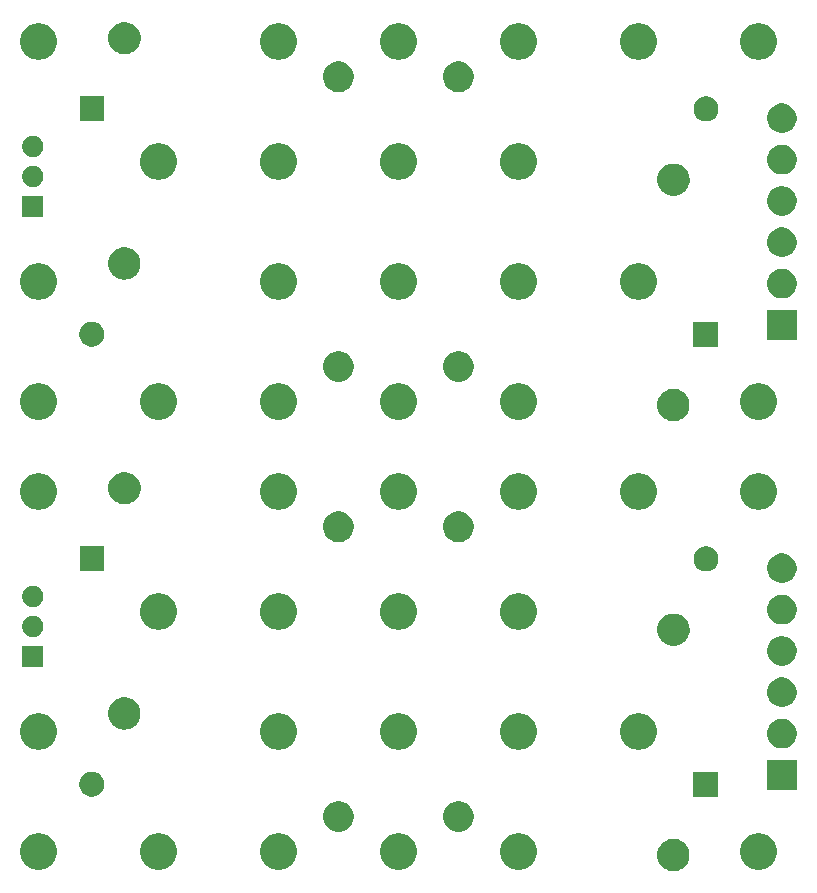
<source format=gbr>
G04 #@! TF.GenerationSoftware,KiCad,Pcbnew,5.1.5-52549c5~86~ubuntu18.04.1*
G04 #@! TF.CreationDate,2020-09-09T17:07:02-05:00*
G04 #@! TF.ProjectId,,58585858-5858-4585-9858-585858585858,rev?*
G04 #@! TF.SameCoordinates,Original*
G04 #@! TF.FileFunction,Soldermask,Bot*
G04 #@! TF.FilePolarity,Negative*
%FSLAX46Y46*%
G04 Gerber Fmt 4.6, Leading zero omitted, Abs format (unit mm)*
G04 Created by KiCad (PCBNEW 5.1.5-52549c5~86~ubuntu18.04.1) date 2020-09-09 17:07:02*
%MOMM*%
%LPD*%
G04 APERTURE LIST*
%ADD10C,0.100000*%
G04 APERTURE END LIST*
D10*
G36*
X163538724Y-123117497D02*
G01*
X163765906Y-123162686D01*
X164015412Y-123266035D01*
X164239962Y-123416075D01*
X164430925Y-123607038D01*
X164580965Y-123831588D01*
X164684314Y-124081094D01*
X164737000Y-124345968D01*
X164737000Y-124616032D01*
X164684314Y-124880906D01*
X164580965Y-125130412D01*
X164430925Y-125354962D01*
X164239962Y-125545925D01*
X164015412Y-125695965D01*
X163765906Y-125799314D01*
X163538724Y-125844503D01*
X163501033Y-125852000D01*
X163230967Y-125852000D01*
X163193276Y-125844503D01*
X162966094Y-125799314D01*
X162716588Y-125695965D01*
X162492038Y-125545925D01*
X162301075Y-125354962D01*
X162151035Y-125130412D01*
X162047686Y-124880906D01*
X161995000Y-124616032D01*
X161995000Y-124345968D01*
X162047686Y-124081094D01*
X162151035Y-123831588D01*
X162301075Y-123607038D01*
X162492038Y-123416075D01*
X162716588Y-123266035D01*
X162966094Y-123162686D01*
X163193276Y-123117497D01*
X163230967Y-123110000D01*
X163501033Y-123110000D01*
X163538724Y-123117497D01*
G37*
G36*
X170873785Y-122669602D02*
G01*
X171023610Y-122699404D01*
X171305874Y-122816321D01*
X171559905Y-122986059D01*
X171775941Y-123202095D01*
X171945679Y-123456126D01*
X172062596Y-123738390D01*
X172122200Y-124038040D01*
X172122200Y-124343560D01*
X172062596Y-124643210D01*
X171945679Y-124925474D01*
X171775941Y-125179505D01*
X171559905Y-125395541D01*
X171305874Y-125565279D01*
X171023610Y-125682196D01*
X170954388Y-125695965D01*
X170723961Y-125741800D01*
X170418439Y-125741800D01*
X170188012Y-125695965D01*
X170118790Y-125682196D01*
X169836526Y-125565279D01*
X169582495Y-125395541D01*
X169366459Y-125179505D01*
X169196721Y-124925474D01*
X169079804Y-124643210D01*
X169020200Y-124343560D01*
X169020200Y-124038040D01*
X169079804Y-123738390D01*
X169196721Y-123456126D01*
X169366459Y-123202095D01*
X169582495Y-122986059D01*
X169836526Y-122816321D01*
X170118790Y-122699404D01*
X170268615Y-122669602D01*
X170418439Y-122639800D01*
X170723961Y-122639800D01*
X170873785Y-122669602D01*
G37*
G36*
X109913785Y-122669602D02*
G01*
X110063610Y-122699404D01*
X110345874Y-122816321D01*
X110599905Y-122986059D01*
X110815941Y-123202095D01*
X110985679Y-123456126D01*
X111102596Y-123738390D01*
X111162200Y-124038040D01*
X111162200Y-124343560D01*
X111102596Y-124643210D01*
X110985679Y-124925474D01*
X110815941Y-125179505D01*
X110599905Y-125395541D01*
X110345874Y-125565279D01*
X110063610Y-125682196D01*
X109994388Y-125695965D01*
X109763961Y-125741800D01*
X109458439Y-125741800D01*
X109228012Y-125695965D01*
X109158790Y-125682196D01*
X108876526Y-125565279D01*
X108622495Y-125395541D01*
X108406459Y-125179505D01*
X108236721Y-124925474D01*
X108119804Y-124643210D01*
X108060200Y-124343560D01*
X108060200Y-124038040D01*
X108119804Y-123738390D01*
X108236721Y-123456126D01*
X108406459Y-123202095D01*
X108622495Y-122986059D01*
X108876526Y-122816321D01*
X109158790Y-122699404D01*
X109308615Y-122669602D01*
X109458439Y-122639800D01*
X109763961Y-122639800D01*
X109913785Y-122669602D01*
G37*
G36*
X130233785Y-122669602D02*
G01*
X130383610Y-122699404D01*
X130665874Y-122816321D01*
X130919905Y-122986059D01*
X131135941Y-123202095D01*
X131305679Y-123456126D01*
X131422596Y-123738390D01*
X131482200Y-124038040D01*
X131482200Y-124343560D01*
X131422596Y-124643210D01*
X131305679Y-124925474D01*
X131135941Y-125179505D01*
X130919905Y-125395541D01*
X130665874Y-125565279D01*
X130383610Y-125682196D01*
X130314388Y-125695965D01*
X130083961Y-125741800D01*
X129778439Y-125741800D01*
X129548012Y-125695965D01*
X129478790Y-125682196D01*
X129196526Y-125565279D01*
X128942495Y-125395541D01*
X128726459Y-125179505D01*
X128556721Y-124925474D01*
X128439804Y-124643210D01*
X128380200Y-124343560D01*
X128380200Y-124038040D01*
X128439804Y-123738390D01*
X128556721Y-123456126D01*
X128726459Y-123202095D01*
X128942495Y-122986059D01*
X129196526Y-122816321D01*
X129478790Y-122699404D01*
X129628615Y-122669602D01*
X129778439Y-122639800D01*
X130083961Y-122639800D01*
X130233785Y-122669602D01*
G37*
G36*
X150553785Y-122669602D02*
G01*
X150703610Y-122699404D01*
X150985874Y-122816321D01*
X151239905Y-122986059D01*
X151455941Y-123202095D01*
X151625679Y-123456126D01*
X151742596Y-123738390D01*
X151802200Y-124038040D01*
X151802200Y-124343560D01*
X151742596Y-124643210D01*
X151625679Y-124925474D01*
X151455941Y-125179505D01*
X151239905Y-125395541D01*
X150985874Y-125565279D01*
X150703610Y-125682196D01*
X150634388Y-125695965D01*
X150403961Y-125741800D01*
X150098439Y-125741800D01*
X149868012Y-125695965D01*
X149798790Y-125682196D01*
X149516526Y-125565279D01*
X149262495Y-125395541D01*
X149046459Y-125179505D01*
X148876721Y-124925474D01*
X148759804Y-124643210D01*
X148700200Y-124343560D01*
X148700200Y-124038040D01*
X148759804Y-123738390D01*
X148876721Y-123456126D01*
X149046459Y-123202095D01*
X149262495Y-122986059D01*
X149516526Y-122816321D01*
X149798790Y-122699404D01*
X149948615Y-122669602D01*
X150098439Y-122639800D01*
X150403961Y-122639800D01*
X150553785Y-122669602D01*
G37*
G36*
X120073785Y-122669602D02*
G01*
X120223610Y-122699404D01*
X120505874Y-122816321D01*
X120759905Y-122986059D01*
X120975941Y-123202095D01*
X121145679Y-123456126D01*
X121262596Y-123738390D01*
X121322200Y-124038040D01*
X121322200Y-124343560D01*
X121262596Y-124643210D01*
X121145679Y-124925474D01*
X120975941Y-125179505D01*
X120759905Y-125395541D01*
X120505874Y-125565279D01*
X120223610Y-125682196D01*
X120154388Y-125695965D01*
X119923961Y-125741800D01*
X119618439Y-125741800D01*
X119388012Y-125695965D01*
X119318790Y-125682196D01*
X119036526Y-125565279D01*
X118782495Y-125395541D01*
X118566459Y-125179505D01*
X118396721Y-124925474D01*
X118279804Y-124643210D01*
X118220200Y-124343560D01*
X118220200Y-124038040D01*
X118279804Y-123738390D01*
X118396721Y-123456126D01*
X118566459Y-123202095D01*
X118782495Y-122986059D01*
X119036526Y-122816321D01*
X119318790Y-122699404D01*
X119468615Y-122669602D01*
X119618439Y-122639800D01*
X119923961Y-122639800D01*
X120073785Y-122669602D01*
G37*
G36*
X140393785Y-122669602D02*
G01*
X140543610Y-122699404D01*
X140825874Y-122816321D01*
X141079905Y-122986059D01*
X141295941Y-123202095D01*
X141465679Y-123456126D01*
X141582596Y-123738390D01*
X141642200Y-124038040D01*
X141642200Y-124343560D01*
X141582596Y-124643210D01*
X141465679Y-124925474D01*
X141295941Y-125179505D01*
X141079905Y-125395541D01*
X140825874Y-125565279D01*
X140543610Y-125682196D01*
X140474388Y-125695965D01*
X140243961Y-125741800D01*
X139938439Y-125741800D01*
X139708012Y-125695965D01*
X139638790Y-125682196D01*
X139356526Y-125565279D01*
X139102495Y-125395541D01*
X138886459Y-125179505D01*
X138716721Y-124925474D01*
X138599804Y-124643210D01*
X138540200Y-124343560D01*
X138540200Y-124038040D01*
X138599804Y-123738390D01*
X138716721Y-123456126D01*
X138886459Y-123202095D01*
X139102495Y-122986059D01*
X139356526Y-122816321D01*
X139638790Y-122699404D01*
X139788615Y-122669602D01*
X139938439Y-122639800D01*
X140243961Y-122639800D01*
X140393785Y-122669602D01*
G37*
G36*
X145550593Y-119958104D02*
G01*
X145787301Y-120056152D01*
X145787303Y-120056153D01*
X146000335Y-120198496D01*
X146181504Y-120379665D01*
X146323847Y-120592697D01*
X146323848Y-120592699D01*
X146421896Y-120829407D01*
X146471880Y-121080693D01*
X146471880Y-121336907D01*
X146421896Y-121588193D01*
X146323848Y-121824901D01*
X146323847Y-121824903D01*
X146181504Y-122037935D01*
X146000335Y-122219104D01*
X145787303Y-122361447D01*
X145787302Y-122361448D01*
X145787301Y-122361448D01*
X145550593Y-122459496D01*
X145299307Y-122509480D01*
X145043093Y-122509480D01*
X144791807Y-122459496D01*
X144555099Y-122361448D01*
X144555098Y-122361448D01*
X144555097Y-122361447D01*
X144342065Y-122219104D01*
X144160896Y-122037935D01*
X144018553Y-121824903D01*
X144018552Y-121824901D01*
X143920504Y-121588193D01*
X143870520Y-121336907D01*
X143870520Y-121080693D01*
X143920504Y-120829407D01*
X144018552Y-120592699D01*
X144018553Y-120592697D01*
X144160896Y-120379665D01*
X144342065Y-120198496D01*
X144555097Y-120056153D01*
X144555099Y-120056152D01*
X144791807Y-119958104D01*
X145043093Y-119908120D01*
X145299307Y-119908120D01*
X145550593Y-119958104D01*
G37*
G36*
X135390593Y-119958104D02*
G01*
X135627301Y-120056152D01*
X135627303Y-120056153D01*
X135840335Y-120198496D01*
X136021504Y-120379665D01*
X136163847Y-120592697D01*
X136163848Y-120592699D01*
X136261896Y-120829407D01*
X136311880Y-121080693D01*
X136311880Y-121336907D01*
X136261896Y-121588193D01*
X136163848Y-121824901D01*
X136163847Y-121824903D01*
X136021504Y-122037935D01*
X135840335Y-122219104D01*
X135627303Y-122361447D01*
X135627302Y-122361448D01*
X135627301Y-122361448D01*
X135390593Y-122459496D01*
X135139307Y-122509480D01*
X134883093Y-122509480D01*
X134631807Y-122459496D01*
X134395099Y-122361448D01*
X134395098Y-122361448D01*
X134395097Y-122361447D01*
X134182065Y-122219104D01*
X134000896Y-122037935D01*
X133858553Y-121824903D01*
X133858552Y-121824901D01*
X133760504Y-121588193D01*
X133710520Y-121336907D01*
X133710520Y-121080693D01*
X133760504Y-120829407D01*
X133858552Y-120592699D01*
X133858553Y-120592697D01*
X134000896Y-120379665D01*
X134182065Y-120198496D01*
X134395097Y-120056153D01*
X134395099Y-120056152D01*
X134631807Y-119958104D01*
X134883093Y-119908120D01*
X135139307Y-119908120D01*
X135390593Y-119958104D01*
G37*
G36*
X114432564Y-117475389D02*
G01*
X114623833Y-117554615D01*
X114623835Y-117554616D01*
X114795973Y-117669635D01*
X114942365Y-117816027D01*
X115057385Y-117988167D01*
X115136611Y-118179436D01*
X115177000Y-118382484D01*
X115177000Y-118589516D01*
X115136611Y-118792564D01*
X115070653Y-118951800D01*
X115057384Y-118983835D01*
X114942365Y-119155973D01*
X114795973Y-119302365D01*
X114623835Y-119417384D01*
X114623834Y-119417385D01*
X114623833Y-119417385D01*
X114432564Y-119496611D01*
X114229516Y-119537000D01*
X114022484Y-119537000D01*
X113819436Y-119496611D01*
X113628167Y-119417385D01*
X113628166Y-119417385D01*
X113628165Y-119417384D01*
X113456027Y-119302365D01*
X113309635Y-119155973D01*
X113194616Y-118983835D01*
X113181347Y-118951800D01*
X113115389Y-118792564D01*
X113075000Y-118589516D01*
X113075000Y-118382484D01*
X113115389Y-118179436D01*
X113194615Y-117988167D01*
X113309635Y-117816027D01*
X113456027Y-117669635D01*
X113628165Y-117554616D01*
X113628167Y-117554615D01*
X113819436Y-117475389D01*
X114022484Y-117435000D01*
X114229516Y-117435000D01*
X114432564Y-117475389D01*
G37*
G36*
X167167000Y-119537000D02*
G01*
X165065000Y-119537000D01*
X165065000Y-117435000D01*
X167167000Y-117435000D01*
X167167000Y-119537000D01*
G37*
G36*
X173818600Y-118951800D02*
G01*
X171316600Y-118951800D01*
X171316600Y-116449800D01*
X173818600Y-116449800D01*
X173818600Y-118951800D01*
G37*
G36*
X109913785Y-112509602D02*
G01*
X110063610Y-112539404D01*
X110345874Y-112656321D01*
X110599905Y-112826059D01*
X110815941Y-113042095D01*
X110985679Y-113296126D01*
X111093291Y-113555926D01*
X111102596Y-113578391D01*
X111159010Y-113862000D01*
X111162200Y-113878040D01*
X111162200Y-114183560D01*
X111102596Y-114483210D01*
X110985679Y-114765474D01*
X110815941Y-115019505D01*
X110599905Y-115235541D01*
X110345874Y-115405279D01*
X110063610Y-115522196D01*
X109913785Y-115551998D01*
X109763961Y-115581800D01*
X109458439Y-115581800D01*
X109308615Y-115551998D01*
X109158790Y-115522196D01*
X108876526Y-115405279D01*
X108622495Y-115235541D01*
X108406459Y-115019505D01*
X108236721Y-114765474D01*
X108119804Y-114483210D01*
X108060200Y-114183560D01*
X108060200Y-113878040D01*
X108063391Y-113862000D01*
X108119804Y-113578391D01*
X108129109Y-113555926D01*
X108236721Y-113296126D01*
X108406459Y-113042095D01*
X108622495Y-112826059D01*
X108876526Y-112656321D01*
X109158790Y-112539404D01*
X109308615Y-112509602D01*
X109458439Y-112479800D01*
X109763961Y-112479800D01*
X109913785Y-112509602D01*
G37*
G36*
X140393785Y-112509602D02*
G01*
X140543610Y-112539404D01*
X140825874Y-112656321D01*
X141079905Y-112826059D01*
X141295941Y-113042095D01*
X141465679Y-113296126D01*
X141573291Y-113555926D01*
X141582596Y-113578391D01*
X141639010Y-113862000D01*
X141642200Y-113878040D01*
X141642200Y-114183560D01*
X141582596Y-114483210D01*
X141465679Y-114765474D01*
X141295941Y-115019505D01*
X141079905Y-115235541D01*
X140825874Y-115405279D01*
X140543610Y-115522196D01*
X140393785Y-115551998D01*
X140243961Y-115581800D01*
X139938439Y-115581800D01*
X139788615Y-115551998D01*
X139638790Y-115522196D01*
X139356526Y-115405279D01*
X139102495Y-115235541D01*
X138886459Y-115019505D01*
X138716721Y-114765474D01*
X138599804Y-114483210D01*
X138540200Y-114183560D01*
X138540200Y-113878040D01*
X138543391Y-113862000D01*
X138599804Y-113578391D01*
X138609109Y-113555926D01*
X138716721Y-113296126D01*
X138886459Y-113042095D01*
X139102495Y-112826059D01*
X139356526Y-112656321D01*
X139638790Y-112539404D01*
X139788615Y-112509602D01*
X139938439Y-112479800D01*
X140243961Y-112479800D01*
X140393785Y-112509602D01*
G37*
G36*
X130233785Y-112509602D02*
G01*
X130383610Y-112539404D01*
X130665874Y-112656321D01*
X130919905Y-112826059D01*
X131135941Y-113042095D01*
X131305679Y-113296126D01*
X131413291Y-113555926D01*
X131422596Y-113578391D01*
X131479010Y-113862000D01*
X131482200Y-113878040D01*
X131482200Y-114183560D01*
X131422596Y-114483210D01*
X131305679Y-114765474D01*
X131135941Y-115019505D01*
X130919905Y-115235541D01*
X130665874Y-115405279D01*
X130383610Y-115522196D01*
X130233785Y-115551998D01*
X130083961Y-115581800D01*
X129778439Y-115581800D01*
X129628615Y-115551998D01*
X129478790Y-115522196D01*
X129196526Y-115405279D01*
X128942495Y-115235541D01*
X128726459Y-115019505D01*
X128556721Y-114765474D01*
X128439804Y-114483210D01*
X128380200Y-114183560D01*
X128380200Y-113878040D01*
X128383391Y-113862000D01*
X128439804Y-113578391D01*
X128449109Y-113555926D01*
X128556721Y-113296126D01*
X128726459Y-113042095D01*
X128942495Y-112826059D01*
X129196526Y-112656321D01*
X129478790Y-112539404D01*
X129628615Y-112509602D01*
X129778439Y-112479800D01*
X130083961Y-112479800D01*
X130233785Y-112509602D01*
G37*
G36*
X150553785Y-112509602D02*
G01*
X150703610Y-112539404D01*
X150985874Y-112656321D01*
X151239905Y-112826059D01*
X151455941Y-113042095D01*
X151625679Y-113296126D01*
X151733291Y-113555926D01*
X151742596Y-113578391D01*
X151799010Y-113862000D01*
X151802200Y-113878040D01*
X151802200Y-114183560D01*
X151742596Y-114483210D01*
X151625679Y-114765474D01*
X151455941Y-115019505D01*
X151239905Y-115235541D01*
X150985874Y-115405279D01*
X150703610Y-115522196D01*
X150553785Y-115551998D01*
X150403961Y-115581800D01*
X150098439Y-115581800D01*
X149948615Y-115551998D01*
X149798790Y-115522196D01*
X149516526Y-115405279D01*
X149262495Y-115235541D01*
X149046459Y-115019505D01*
X148876721Y-114765474D01*
X148759804Y-114483210D01*
X148700200Y-114183560D01*
X148700200Y-113878040D01*
X148703391Y-113862000D01*
X148759804Y-113578391D01*
X148769109Y-113555926D01*
X148876721Y-113296126D01*
X149046459Y-113042095D01*
X149262495Y-112826059D01*
X149516526Y-112656321D01*
X149798790Y-112539404D01*
X149948615Y-112509602D01*
X150098439Y-112479800D01*
X150403961Y-112479800D01*
X150553785Y-112509602D01*
G37*
G36*
X160713785Y-112509602D02*
G01*
X160863610Y-112539404D01*
X161145874Y-112656321D01*
X161399905Y-112826059D01*
X161615941Y-113042095D01*
X161785679Y-113296126D01*
X161893291Y-113555926D01*
X161902596Y-113578391D01*
X161959010Y-113862000D01*
X161962200Y-113878040D01*
X161962200Y-114183560D01*
X161902596Y-114483210D01*
X161785679Y-114765474D01*
X161615941Y-115019505D01*
X161399905Y-115235541D01*
X161145874Y-115405279D01*
X160863610Y-115522196D01*
X160713785Y-115551998D01*
X160563961Y-115581800D01*
X160258439Y-115581800D01*
X160108615Y-115551998D01*
X159958790Y-115522196D01*
X159676526Y-115405279D01*
X159422495Y-115235541D01*
X159206459Y-115019505D01*
X159036721Y-114765474D01*
X158919804Y-114483210D01*
X158860200Y-114183560D01*
X158860200Y-113878040D01*
X158863391Y-113862000D01*
X158919804Y-113578391D01*
X158929109Y-113555926D01*
X159036721Y-113296126D01*
X159206459Y-113042095D01*
X159422495Y-112826059D01*
X159676526Y-112656321D01*
X159958790Y-112539404D01*
X160108615Y-112509602D01*
X160258439Y-112479800D01*
X160563961Y-112479800D01*
X160713785Y-112509602D01*
G37*
G36*
X172932503Y-112997875D02*
G01*
X173160171Y-113092178D01*
X173365066Y-113229085D01*
X173539315Y-113403334D01*
X173676222Y-113608229D01*
X173770525Y-113835897D01*
X173818600Y-114077587D01*
X173818600Y-114324013D01*
X173770525Y-114565703D01*
X173676222Y-114793371D01*
X173539315Y-114998266D01*
X173365066Y-115172515D01*
X173160171Y-115309422D01*
X173160170Y-115309423D01*
X173160169Y-115309423D01*
X172932503Y-115403725D01*
X172690814Y-115451800D01*
X172444386Y-115451800D01*
X172202697Y-115403725D01*
X171975031Y-115309423D01*
X171975030Y-115309423D01*
X171975029Y-115309422D01*
X171770134Y-115172515D01*
X171595885Y-114998266D01*
X171458978Y-114793371D01*
X171364675Y-114565703D01*
X171316600Y-114324013D01*
X171316600Y-114077587D01*
X171364675Y-113835897D01*
X171458978Y-113608229D01*
X171595885Y-113403334D01*
X171770134Y-113229085D01*
X171975029Y-113092178D01*
X172202697Y-112997875D01*
X172444386Y-112949800D01*
X172690814Y-112949800D01*
X172932503Y-112997875D01*
G37*
G36*
X117058724Y-111127497D02*
G01*
X117285906Y-111172686D01*
X117535412Y-111276035D01*
X117759962Y-111426075D01*
X117950925Y-111617038D01*
X118100965Y-111841588D01*
X118204314Y-112091094D01*
X118257000Y-112355968D01*
X118257000Y-112626032D01*
X118204314Y-112890906D01*
X118100965Y-113140412D01*
X117950925Y-113364962D01*
X117759962Y-113555925D01*
X117535412Y-113705965D01*
X117285906Y-113809314D01*
X117058724Y-113854503D01*
X117021033Y-113862000D01*
X116750967Y-113862000D01*
X116713276Y-113854503D01*
X116486094Y-113809314D01*
X116236588Y-113705965D01*
X116012038Y-113555925D01*
X115821075Y-113364962D01*
X115671035Y-113140412D01*
X115567686Y-112890906D01*
X115515000Y-112626032D01*
X115515000Y-112355968D01*
X115567686Y-112091094D01*
X115671035Y-111841588D01*
X115821075Y-111617038D01*
X116012038Y-111426075D01*
X116236588Y-111276035D01*
X116486094Y-111172686D01*
X116713276Y-111127497D01*
X116750967Y-111120000D01*
X117021033Y-111120000D01*
X117058724Y-111127497D01*
G37*
G36*
X172932503Y-109497875D02*
G01*
X173160171Y-109592178D01*
X173365066Y-109729085D01*
X173539315Y-109903334D01*
X173539316Y-109903336D01*
X173676223Y-110108231D01*
X173770525Y-110335897D01*
X173818600Y-110577586D01*
X173818600Y-110824014D01*
X173770525Y-111065703D01*
X173748035Y-111120000D01*
X173676222Y-111293371D01*
X173539315Y-111498266D01*
X173365066Y-111672515D01*
X173160171Y-111809422D01*
X173160170Y-111809423D01*
X173160169Y-111809423D01*
X172932503Y-111903725D01*
X172690814Y-111951800D01*
X172444386Y-111951800D01*
X172202697Y-111903725D01*
X171975031Y-111809423D01*
X171975030Y-111809423D01*
X171975029Y-111809422D01*
X171770134Y-111672515D01*
X171595885Y-111498266D01*
X171458978Y-111293371D01*
X171387166Y-111120000D01*
X171364675Y-111065703D01*
X171316600Y-110824014D01*
X171316600Y-110577586D01*
X171364675Y-110335897D01*
X171458977Y-110108231D01*
X171595884Y-109903336D01*
X171595885Y-109903334D01*
X171770134Y-109729085D01*
X171975029Y-109592178D01*
X172202697Y-109497875D01*
X172444386Y-109449800D01*
X172690814Y-109449800D01*
X172932503Y-109497875D01*
G37*
G36*
X110044800Y-108571600D02*
G01*
X108242800Y-108571600D01*
X108242800Y-106769600D01*
X110044800Y-106769600D01*
X110044800Y-108571600D01*
G37*
G36*
X172932503Y-105997875D02*
G01*
X173082516Y-106060012D01*
X173160171Y-106092178D01*
X173365066Y-106229085D01*
X173539315Y-106403334D01*
X173587552Y-106475526D01*
X173676223Y-106608231D01*
X173770525Y-106835897D01*
X173818600Y-107077587D01*
X173818600Y-107324013D01*
X173770525Y-107565703D01*
X173676222Y-107793371D01*
X173539315Y-107998266D01*
X173365066Y-108172515D01*
X173160171Y-108309422D01*
X173160170Y-108309423D01*
X173160169Y-108309423D01*
X172932503Y-108403725D01*
X172690814Y-108451800D01*
X172444386Y-108451800D01*
X172202697Y-108403725D01*
X171975031Y-108309423D01*
X171975030Y-108309423D01*
X171975029Y-108309422D01*
X171770134Y-108172515D01*
X171595885Y-107998266D01*
X171458978Y-107793371D01*
X171364675Y-107565703D01*
X171316600Y-107324013D01*
X171316600Y-107077587D01*
X171364675Y-106835897D01*
X171458977Y-106608231D01*
X171547648Y-106475526D01*
X171595885Y-106403334D01*
X171770134Y-106229085D01*
X171975029Y-106092178D01*
X172052685Y-106060012D01*
X172202697Y-105997875D01*
X172444386Y-105949800D01*
X172690814Y-105949800D01*
X172932503Y-105997875D01*
G37*
G36*
X163550324Y-104047097D02*
G01*
X163777506Y-104092286D01*
X164027012Y-104195635D01*
X164251562Y-104345675D01*
X164442525Y-104536638D01*
X164592565Y-104761188D01*
X164695914Y-105010694D01*
X164737416Y-105219341D01*
X164748600Y-105275567D01*
X164748600Y-105545633D01*
X164741103Y-105583324D01*
X164695914Y-105810506D01*
X164592565Y-106060012D01*
X164442525Y-106284562D01*
X164251562Y-106475525D01*
X164027012Y-106625565D01*
X163777506Y-106728914D01*
X163550324Y-106774103D01*
X163512633Y-106781600D01*
X163242567Y-106781600D01*
X163204876Y-106774103D01*
X162977694Y-106728914D01*
X162728188Y-106625565D01*
X162503638Y-106475525D01*
X162312675Y-106284562D01*
X162162635Y-106060012D01*
X162059286Y-105810506D01*
X162014097Y-105583324D01*
X162006600Y-105545633D01*
X162006600Y-105275567D01*
X162017784Y-105219341D01*
X162059286Y-105010694D01*
X162162635Y-104761188D01*
X162312675Y-104536638D01*
X162503638Y-104345675D01*
X162728188Y-104195635D01*
X162977694Y-104092286D01*
X163204876Y-104047097D01*
X163242567Y-104039600D01*
X163512633Y-104039600D01*
X163550324Y-104047097D01*
G37*
G36*
X109257312Y-104234527D02*
G01*
X109406612Y-104264224D01*
X109570584Y-104332144D01*
X109718154Y-104430747D01*
X109843653Y-104556246D01*
X109942256Y-104703816D01*
X110010176Y-104867788D01*
X110044800Y-105041859D01*
X110044800Y-105219341D01*
X110010176Y-105393412D01*
X109942256Y-105557384D01*
X109843653Y-105704954D01*
X109718154Y-105830453D01*
X109570584Y-105929056D01*
X109406612Y-105996976D01*
X109257312Y-106026673D01*
X109232542Y-106031600D01*
X109055058Y-106031600D01*
X109030288Y-106026673D01*
X108880988Y-105996976D01*
X108717016Y-105929056D01*
X108569446Y-105830453D01*
X108443947Y-105704954D01*
X108345344Y-105557384D01*
X108277424Y-105393412D01*
X108242800Y-105219341D01*
X108242800Y-105041859D01*
X108277424Y-104867788D01*
X108345344Y-104703816D01*
X108443947Y-104556246D01*
X108569446Y-104430747D01*
X108717016Y-104332144D01*
X108880988Y-104264224D01*
X109030288Y-104234527D01*
X109055058Y-104229600D01*
X109232542Y-104229600D01*
X109257312Y-104234527D01*
G37*
G36*
X150553785Y-102349602D02*
G01*
X150703610Y-102379404D01*
X150985874Y-102496321D01*
X151239905Y-102666059D01*
X151455941Y-102882095D01*
X151625679Y-103136126D01*
X151742596Y-103418390D01*
X151742596Y-103418391D01*
X151802200Y-103718039D01*
X151802200Y-104023561D01*
X151793817Y-104065703D01*
X151742596Y-104323210D01*
X151625679Y-104605474D01*
X151455941Y-104859505D01*
X151239905Y-105075541D01*
X150985874Y-105245279D01*
X150703610Y-105362196D01*
X150553785Y-105391998D01*
X150403961Y-105421800D01*
X150098439Y-105421800D01*
X149948615Y-105391998D01*
X149798790Y-105362196D01*
X149516526Y-105245279D01*
X149262495Y-105075541D01*
X149046459Y-104859505D01*
X148876721Y-104605474D01*
X148759804Y-104323210D01*
X148708583Y-104065703D01*
X148700200Y-104023561D01*
X148700200Y-103718039D01*
X148759804Y-103418391D01*
X148759804Y-103418390D01*
X148876721Y-103136126D01*
X149046459Y-102882095D01*
X149262495Y-102666059D01*
X149516526Y-102496321D01*
X149798790Y-102379404D01*
X149948615Y-102349602D01*
X150098439Y-102319800D01*
X150403961Y-102319800D01*
X150553785Y-102349602D01*
G37*
G36*
X120073785Y-102349602D02*
G01*
X120223610Y-102379404D01*
X120505874Y-102496321D01*
X120759905Y-102666059D01*
X120975941Y-102882095D01*
X121145679Y-103136126D01*
X121262596Y-103418390D01*
X121262596Y-103418391D01*
X121322200Y-103718039D01*
X121322200Y-104023561D01*
X121313817Y-104065703D01*
X121262596Y-104323210D01*
X121145679Y-104605474D01*
X120975941Y-104859505D01*
X120759905Y-105075541D01*
X120505874Y-105245279D01*
X120223610Y-105362196D01*
X120073785Y-105391998D01*
X119923961Y-105421800D01*
X119618439Y-105421800D01*
X119468615Y-105391998D01*
X119318790Y-105362196D01*
X119036526Y-105245279D01*
X118782495Y-105075541D01*
X118566459Y-104859505D01*
X118396721Y-104605474D01*
X118279804Y-104323210D01*
X118228583Y-104065703D01*
X118220200Y-104023561D01*
X118220200Y-103718039D01*
X118279804Y-103418391D01*
X118279804Y-103418390D01*
X118396721Y-103136126D01*
X118566459Y-102882095D01*
X118782495Y-102666059D01*
X119036526Y-102496321D01*
X119318790Y-102379404D01*
X119468615Y-102349602D01*
X119618439Y-102319800D01*
X119923961Y-102319800D01*
X120073785Y-102349602D01*
G37*
G36*
X130233785Y-102349602D02*
G01*
X130383610Y-102379404D01*
X130665874Y-102496321D01*
X130919905Y-102666059D01*
X131135941Y-102882095D01*
X131305679Y-103136126D01*
X131422596Y-103418390D01*
X131422596Y-103418391D01*
X131482200Y-103718039D01*
X131482200Y-104023561D01*
X131473817Y-104065703D01*
X131422596Y-104323210D01*
X131305679Y-104605474D01*
X131135941Y-104859505D01*
X130919905Y-105075541D01*
X130665874Y-105245279D01*
X130383610Y-105362196D01*
X130233785Y-105391998D01*
X130083961Y-105421800D01*
X129778439Y-105421800D01*
X129628615Y-105391998D01*
X129478790Y-105362196D01*
X129196526Y-105245279D01*
X128942495Y-105075541D01*
X128726459Y-104859505D01*
X128556721Y-104605474D01*
X128439804Y-104323210D01*
X128388583Y-104065703D01*
X128380200Y-104023561D01*
X128380200Y-103718039D01*
X128439804Y-103418391D01*
X128439804Y-103418390D01*
X128556721Y-103136126D01*
X128726459Y-102882095D01*
X128942495Y-102666059D01*
X129196526Y-102496321D01*
X129478790Y-102379404D01*
X129628615Y-102349602D01*
X129778439Y-102319800D01*
X130083961Y-102319800D01*
X130233785Y-102349602D01*
G37*
G36*
X140393785Y-102349602D02*
G01*
X140543610Y-102379404D01*
X140825874Y-102496321D01*
X141079905Y-102666059D01*
X141295941Y-102882095D01*
X141465679Y-103136126D01*
X141582596Y-103418390D01*
X141582596Y-103418391D01*
X141642200Y-103718039D01*
X141642200Y-104023561D01*
X141633817Y-104065703D01*
X141582596Y-104323210D01*
X141465679Y-104605474D01*
X141295941Y-104859505D01*
X141079905Y-105075541D01*
X140825874Y-105245279D01*
X140543610Y-105362196D01*
X140393785Y-105391998D01*
X140243961Y-105421800D01*
X139938439Y-105421800D01*
X139788615Y-105391998D01*
X139638790Y-105362196D01*
X139356526Y-105245279D01*
X139102495Y-105075541D01*
X138886459Y-104859505D01*
X138716721Y-104605474D01*
X138599804Y-104323210D01*
X138548583Y-104065703D01*
X138540200Y-104023561D01*
X138540200Y-103718039D01*
X138599804Y-103418391D01*
X138599804Y-103418390D01*
X138716721Y-103136126D01*
X138886459Y-102882095D01*
X139102495Y-102666059D01*
X139356526Y-102496321D01*
X139638790Y-102379404D01*
X139788615Y-102349602D01*
X139938439Y-102319800D01*
X140243961Y-102319800D01*
X140393785Y-102349602D01*
G37*
G36*
X172932503Y-102497875D02*
G01*
X173160171Y-102592178D01*
X173365066Y-102729085D01*
X173539315Y-102903334D01*
X173676222Y-103108229D01*
X173770525Y-103335897D01*
X173818600Y-103577587D01*
X173818600Y-103824013D01*
X173770525Y-104065703D01*
X173676222Y-104293371D01*
X173539315Y-104498266D01*
X173365066Y-104672515D01*
X173160171Y-104809422D01*
X173160170Y-104809423D01*
X173160169Y-104809423D01*
X172932503Y-104903725D01*
X172690814Y-104951800D01*
X172444386Y-104951800D01*
X172202697Y-104903725D01*
X171975031Y-104809423D01*
X171975030Y-104809423D01*
X171975029Y-104809422D01*
X171770134Y-104672515D01*
X171595885Y-104498266D01*
X171458978Y-104293371D01*
X171364675Y-104065703D01*
X171316600Y-103824013D01*
X171316600Y-103577587D01*
X171364675Y-103335897D01*
X171458978Y-103108229D01*
X171595885Y-102903334D01*
X171770134Y-102729085D01*
X171975029Y-102592178D01*
X172202697Y-102497875D01*
X172444386Y-102449800D01*
X172690814Y-102449800D01*
X172932503Y-102497875D01*
G37*
G36*
X109257312Y-101694527D02*
G01*
X109406612Y-101724224D01*
X109570584Y-101792144D01*
X109718154Y-101890747D01*
X109843653Y-102016246D01*
X109942256Y-102163816D01*
X110010176Y-102327788D01*
X110034445Y-102449800D01*
X110043699Y-102496321D01*
X110044800Y-102501859D01*
X110044800Y-102679341D01*
X110010176Y-102853412D01*
X109942256Y-103017384D01*
X109843653Y-103164954D01*
X109718154Y-103290453D01*
X109570584Y-103389056D01*
X109406612Y-103456976D01*
X109257312Y-103486673D01*
X109232542Y-103491600D01*
X109055058Y-103491600D01*
X109030288Y-103486673D01*
X108880988Y-103456976D01*
X108717016Y-103389056D01*
X108569446Y-103290453D01*
X108443947Y-103164954D01*
X108345344Y-103017384D01*
X108277424Y-102853412D01*
X108242800Y-102679341D01*
X108242800Y-102501859D01*
X108243902Y-102496321D01*
X108253155Y-102449800D01*
X108277424Y-102327788D01*
X108345344Y-102163816D01*
X108443947Y-102016246D01*
X108569446Y-101890747D01*
X108717016Y-101792144D01*
X108880988Y-101724224D01*
X109030288Y-101694527D01*
X109055058Y-101689600D01*
X109232542Y-101689600D01*
X109257312Y-101694527D01*
G37*
G36*
X172932503Y-98997875D02*
G01*
X173160171Y-99092178D01*
X173365066Y-99229085D01*
X173539315Y-99403334D01*
X173676222Y-99608229D01*
X173770525Y-99835897D01*
X173818600Y-100077587D01*
X173818600Y-100324013D01*
X173770525Y-100565703D01*
X173676222Y-100793371D01*
X173539315Y-100998266D01*
X173365066Y-101172515D01*
X173160171Y-101309422D01*
X173160170Y-101309423D01*
X173160169Y-101309423D01*
X172932503Y-101403725D01*
X172690814Y-101451800D01*
X172444386Y-101451800D01*
X172202697Y-101403725D01*
X171975031Y-101309423D01*
X171975030Y-101309423D01*
X171975029Y-101309422D01*
X171770134Y-101172515D01*
X171595885Y-100998266D01*
X171458978Y-100793371D01*
X171364675Y-100565703D01*
X171316600Y-100324013D01*
X171316600Y-100077587D01*
X171364675Y-99835897D01*
X171458978Y-99608229D01*
X171595885Y-99403334D01*
X171770134Y-99229085D01*
X171975029Y-99092178D01*
X172202697Y-98997875D01*
X172444386Y-98949800D01*
X172690814Y-98949800D01*
X172932503Y-98997875D01*
G37*
G36*
X115198600Y-100466600D02*
G01*
X113096600Y-100466600D01*
X113096600Y-98364600D01*
X115198600Y-98364600D01*
X115198600Y-100466600D01*
G37*
G36*
X166444164Y-98404989D02*
G01*
X166635433Y-98484215D01*
X166635435Y-98484216D01*
X166807573Y-98599235D01*
X166953965Y-98745627D01*
X167068985Y-98917767D01*
X167148211Y-99109036D01*
X167188600Y-99312084D01*
X167188600Y-99519116D01*
X167148211Y-99722164D01*
X167101101Y-99835897D01*
X167068984Y-99913435D01*
X166953965Y-100085573D01*
X166807573Y-100231965D01*
X166635435Y-100346984D01*
X166635434Y-100346985D01*
X166635433Y-100346985D01*
X166444164Y-100426211D01*
X166241116Y-100466600D01*
X166034084Y-100466600D01*
X165831036Y-100426211D01*
X165639767Y-100346985D01*
X165639766Y-100346985D01*
X165639765Y-100346984D01*
X165467627Y-100231965D01*
X165321235Y-100085573D01*
X165206216Y-99913435D01*
X165174099Y-99835897D01*
X165126989Y-99722164D01*
X165086600Y-99519116D01*
X165086600Y-99312084D01*
X165126989Y-99109036D01*
X165206215Y-98917767D01*
X165321235Y-98745627D01*
X165467627Y-98599235D01*
X165639765Y-98484216D01*
X165639767Y-98484215D01*
X165831036Y-98404989D01*
X166034084Y-98364600D01*
X166241116Y-98364600D01*
X166444164Y-98404989D01*
G37*
G36*
X145550593Y-95442104D02*
G01*
X145787301Y-95540152D01*
X145787303Y-95540153D01*
X146000335Y-95682496D01*
X146181504Y-95863665D01*
X146323847Y-96076697D01*
X146323848Y-96076699D01*
X146421896Y-96313407D01*
X146471880Y-96564693D01*
X146471880Y-96820907D01*
X146421896Y-97072193D01*
X146323848Y-97308901D01*
X146323847Y-97308903D01*
X146181504Y-97521935D01*
X146000335Y-97703104D01*
X145787303Y-97845447D01*
X145787302Y-97845448D01*
X145787301Y-97845448D01*
X145550593Y-97943496D01*
X145299307Y-97993480D01*
X145043093Y-97993480D01*
X144791807Y-97943496D01*
X144555099Y-97845448D01*
X144555098Y-97845448D01*
X144555097Y-97845447D01*
X144342065Y-97703104D01*
X144160896Y-97521935D01*
X144018553Y-97308903D01*
X144018552Y-97308901D01*
X143920504Y-97072193D01*
X143870520Y-96820907D01*
X143870520Y-96564693D01*
X143920504Y-96313407D01*
X144018552Y-96076699D01*
X144018553Y-96076697D01*
X144160896Y-95863665D01*
X144342065Y-95682496D01*
X144555097Y-95540153D01*
X144555099Y-95540152D01*
X144791807Y-95442104D01*
X145043093Y-95392120D01*
X145299307Y-95392120D01*
X145550593Y-95442104D01*
G37*
G36*
X135390593Y-95442104D02*
G01*
X135627301Y-95540152D01*
X135627303Y-95540153D01*
X135840335Y-95682496D01*
X136021504Y-95863665D01*
X136163847Y-96076697D01*
X136163848Y-96076699D01*
X136261896Y-96313407D01*
X136311880Y-96564693D01*
X136311880Y-96820907D01*
X136261896Y-97072193D01*
X136163848Y-97308901D01*
X136163847Y-97308903D01*
X136021504Y-97521935D01*
X135840335Y-97703104D01*
X135627303Y-97845447D01*
X135627302Y-97845448D01*
X135627301Y-97845448D01*
X135390593Y-97943496D01*
X135139307Y-97993480D01*
X134883093Y-97993480D01*
X134631807Y-97943496D01*
X134395099Y-97845448D01*
X134395098Y-97845448D01*
X134395097Y-97845447D01*
X134182065Y-97703104D01*
X134000896Y-97521935D01*
X133858553Y-97308903D01*
X133858552Y-97308901D01*
X133760504Y-97072193D01*
X133710520Y-96820907D01*
X133710520Y-96564693D01*
X133760504Y-96313407D01*
X133858552Y-96076699D01*
X133858553Y-96076697D01*
X134000896Y-95863665D01*
X134182065Y-95682496D01*
X134395097Y-95540153D01*
X134395099Y-95540152D01*
X134631807Y-95442104D01*
X134883093Y-95392120D01*
X135139307Y-95392120D01*
X135390593Y-95442104D01*
G37*
G36*
X170873785Y-92189602D02*
G01*
X171023610Y-92219404D01*
X171305874Y-92336321D01*
X171559905Y-92506059D01*
X171775941Y-92722095D01*
X171945679Y-92976126D01*
X172062596Y-93258390D01*
X172122200Y-93558040D01*
X172122200Y-93863560D01*
X172062596Y-94163210D01*
X171945679Y-94445474D01*
X171775941Y-94699505D01*
X171559905Y-94915541D01*
X171305874Y-95085279D01*
X171023610Y-95202196D01*
X170873785Y-95231998D01*
X170723961Y-95261800D01*
X170418439Y-95261800D01*
X170268615Y-95231998D01*
X170118790Y-95202196D01*
X169836526Y-95085279D01*
X169582495Y-94915541D01*
X169366459Y-94699505D01*
X169196721Y-94445474D01*
X169079804Y-94163210D01*
X169020200Y-93863560D01*
X169020200Y-93558040D01*
X169079804Y-93258390D01*
X169196721Y-92976126D01*
X169366459Y-92722095D01*
X169582495Y-92506059D01*
X169836526Y-92336321D01*
X170118790Y-92219404D01*
X170268615Y-92189602D01*
X170418439Y-92159800D01*
X170723961Y-92159800D01*
X170873785Y-92189602D01*
G37*
G36*
X140393785Y-92189602D02*
G01*
X140543610Y-92219404D01*
X140825874Y-92336321D01*
X141079905Y-92506059D01*
X141295941Y-92722095D01*
X141465679Y-92976126D01*
X141582596Y-93258390D01*
X141642200Y-93558040D01*
X141642200Y-93863560D01*
X141582596Y-94163210D01*
X141465679Y-94445474D01*
X141295941Y-94699505D01*
X141079905Y-94915541D01*
X140825874Y-95085279D01*
X140543610Y-95202196D01*
X140393785Y-95231998D01*
X140243961Y-95261800D01*
X139938439Y-95261800D01*
X139788615Y-95231998D01*
X139638790Y-95202196D01*
X139356526Y-95085279D01*
X139102495Y-94915541D01*
X138886459Y-94699505D01*
X138716721Y-94445474D01*
X138599804Y-94163210D01*
X138540200Y-93863560D01*
X138540200Y-93558040D01*
X138599804Y-93258390D01*
X138716721Y-92976126D01*
X138886459Y-92722095D01*
X139102495Y-92506059D01*
X139356526Y-92336321D01*
X139638790Y-92219404D01*
X139788615Y-92189602D01*
X139938439Y-92159800D01*
X140243961Y-92159800D01*
X140393785Y-92189602D01*
G37*
G36*
X109913785Y-92189602D02*
G01*
X110063610Y-92219404D01*
X110345874Y-92336321D01*
X110599905Y-92506059D01*
X110815941Y-92722095D01*
X110985679Y-92976126D01*
X111102596Y-93258390D01*
X111162200Y-93558040D01*
X111162200Y-93863560D01*
X111102596Y-94163210D01*
X110985679Y-94445474D01*
X110815941Y-94699505D01*
X110599905Y-94915541D01*
X110345874Y-95085279D01*
X110063610Y-95202196D01*
X109913785Y-95231998D01*
X109763961Y-95261800D01*
X109458439Y-95261800D01*
X109308615Y-95231998D01*
X109158790Y-95202196D01*
X108876526Y-95085279D01*
X108622495Y-94915541D01*
X108406459Y-94699505D01*
X108236721Y-94445474D01*
X108119804Y-94163210D01*
X108060200Y-93863560D01*
X108060200Y-93558040D01*
X108119804Y-93258390D01*
X108236721Y-92976126D01*
X108406459Y-92722095D01*
X108622495Y-92506059D01*
X108876526Y-92336321D01*
X109158790Y-92219404D01*
X109308615Y-92189602D01*
X109458439Y-92159800D01*
X109763961Y-92159800D01*
X109913785Y-92189602D01*
G37*
G36*
X130233785Y-92189602D02*
G01*
X130383610Y-92219404D01*
X130665874Y-92336321D01*
X130919905Y-92506059D01*
X131135941Y-92722095D01*
X131305679Y-92976126D01*
X131422596Y-93258390D01*
X131482200Y-93558040D01*
X131482200Y-93863560D01*
X131422596Y-94163210D01*
X131305679Y-94445474D01*
X131135941Y-94699505D01*
X130919905Y-94915541D01*
X130665874Y-95085279D01*
X130383610Y-95202196D01*
X130233785Y-95231998D01*
X130083961Y-95261800D01*
X129778439Y-95261800D01*
X129628615Y-95231998D01*
X129478790Y-95202196D01*
X129196526Y-95085279D01*
X128942495Y-94915541D01*
X128726459Y-94699505D01*
X128556721Y-94445474D01*
X128439804Y-94163210D01*
X128380200Y-93863560D01*
X128380200Y-93558040D01*
X128439804Y-93258390D01*
X128556721Y-92976126D01*
X128726459Y-92722095D01*
X128942495Y-92506059D01*
X129196526Y-92336321D01*
X129478790Y-92219404D01*
X129628615Y-92189602D01*
X129778439Y-92159800D01*
X130083961Y-92159800D01*
X130233785Y-92189602D01*
G37*
G36*
X150553785Y-92189602D02*
G01*
X150703610Y-92219404D01*
X150985874Y-92336321D01*
X151239905Y-92506059D01*
X151455941Y-92722095D01*
X151625679Y-92976126D01*
X151742596Y-93258390D01*
X151802200Y-93558040D01*
X151802200Y-93863560D01*
X151742596Y-94163210D01*
X151625679Y-94445474D01*
X151455941Y-94699505D01*
X151239905Y-94915541D01*
X150985874Y-95085279D01*
X150703610Y-95202196D01*
X150553785Y-95231998D01*
X150403961Y-95261800D01*
X150098439Y-95261800D01*
X149948615Y-95231998D01*
X149798790Y-95202196D01*
X149516526Y-95085279D01*
X149262495Y-94915541D01*
X149046459Y-94699505D01*
X148876721Y-94445474D01*
X148759804Y-94163210D01*
X148700200Y-93863560D01*
X148700200Y-93558040D01*
X148759804Y-93258390D01*
X148876721Y-92976126D01*
X149046459Y-92722095D01*
X149262495Y-92506059D01*
X149516526Y-92336321D01*
X149798790Y-92219404D01*
X149948615Y-92189602D01*
X150098439Y-92159800D01*
X150403961Y-92159800D01*
X150553785Y-92189602D01*
G37*
G36*
X160713785Y-92189602D02*
G01*
X160863610Y-92219404D01*
X161145874Y-92336321D01*
X161399905Y-92506059D01*
X161615941Y-92722095D01*
X161785679Y-92976126D01*
X161902596Y-93258390D01*
X161962200Y-93558040D01*
X161962200Y-93863560D01*
X161902596Y-94163210D01*
X161785679Y-94445474D01*
X161615941Y-94699505D01*
X161399905Y-94915541D01*
X161145874Y-95085279D01*
X160863610Y-95202196D01*
X160713785Y-95231998D01*
X160563961Y-95261800D01*
X160258439Y-95261800D01*
X160108615Y-95231998D01*
X159958790Y-95202196D01*
X159676526Y-95085279D01*
X159422495Y-94915541D01*
X159206459Y-94699505D01*
X159036721Y-94445474D01*
X158919804Y-94163210D01*
X158860200Y-93863560D01*
X158860200Y-93558040D01*
X158919804Y-93258390D01*
X159036721Y-92976126D01*
X159206459Y-92722095D01*
X159422495Y-92506059D01*
X159676526Y-92336321D01*
X159958790Y-92219404D01*
X160108615Y-92189602D01*
X160258439Y-92159800D01*
X160563961Y-92159800D01*
X160713785Y-92189602D01*
G37*
G36*
X117070324Y-92057097D02*
G01*
X117297506Y-92102286D01*
X117547012Y-92205635D01*
X117771562Y-92355675D01*
X117962525Y-92546638D01*
X118112565Y-92771188D01*
X118215914Y-93020694D01*
X118268600Y-93285568D01*
X118268600Y-93555632D01*
X118215914Y-93820506D01*
X118112565Y-94070012D01*
X117962525Y-94294562D01*
X117771562Y-94485525D01*
X117547012Y-94635565D01*
X117297506Y-94738914D01*
X117070324Y-94784103D01*
X117032633Y-94791600D01*
X116762567Y-94791600D01*
X116724876Y-94784103D01*
X116497694Y-94738914D01*
X116248188Y-94635565D01*
X116023638Y-94485525D01*
X115832675Y-94294562D01*
X115682635Y-94070012D01*
X115579286Y-93820506D01*
X115526600Y-93555632D01*
X115526600Y-93285568D01*
X115579286Y-93020694D01*
X115682635Y-92771188D01*
X115832675Y-92546638D01*
X116023638Y-92355675D01*
X116248188Y-92205635D01*
X116497694Y-92102286D01*
X116724876Y-92057097D01*
X116762567Y-92049600D01*
X117032633Y-92049600D01*
X117070324Y-92057097D01*
G37*
G36*
X163538724Y-85017497D02*
G01*
X163765906Y-85062686D01*
X164015412Y-85166035D01*
X164239962Y-85316075D01*
X164430925Y-85507038D01*
X164580965Y-85731588D01*
X164684314Y-85981094D01*
X164737000Y-86245968D01*
X164737000Y-86516032D01*
X164684314Y-86780906D01*
X164580965Y-87030412D01*
X164430925Y-87254962D01*
X164239962Y-87445925D01*
X164015412Y-87595965D01*
X163765906Y-87699314D01*
X163538724Y-87744503D01*
X163501033Y-87752000D01*
X163230967Y-87752000D01*
X163193276Y-87744503D01*
X162966094Y-87699314D01*
X162716588Y-87595965D01*
X162492038Y-87445925D01*
X162301075Y-87254962D01*
X162151035Y-87030412D01*
X162047686Y-86780906D01*
X161995000Y-86516032D01*
X161995000Y-86245968D01*
X162047686Y-85981094D01*
X162151035Y-85731588D01*
X162301075Y-85507038D01*
X162492038Y-85316075D01*
X162716588Y-85166035D01*
X162966094Y-85062686D01*
X163193276Y-85017497D01*
X163230967Y-85010000D01*
X163501033Y-85010000D01*
X163538724Y-85017497D01*
G37*
G36*
X150553785Y-84569602D02*
G01*
X150703610Y-84599404D01*
X150985874Y-84716321D01*
X151239905Y-84886059D01*
X151455941Y-85102095D01*
X151625679Y-85356126D01*
X151742596Y-85638390D01*
X151802200Y-85938040D01*
X151802200Y-86243560D01*
X151742596Y-86543210D01*
X151625679Y-86825474D01*
X151455941Y-87079505D01*
X151239905Y-87295541D01*
X150985874Y-87465279D01*
X150703610Y-87582196D01*
X150634388Y-87595965D01*
X150403961Y-87641800D01*
X150098439Y-87641800D01*
X149868012Y-87595965D01*
X149798790Y-87582196D01*
X149516526Y-87465279D01*
X149262495Y-87295541D01*
X149046459Y-87079505D01*
X148876721Y-86825474D01*
X148759804Y-86543210D01*
X148700200Y-86243560D01*
X148700200Y-85938040D01*
X148759804Y-85638390D01*
X148876721Y-85356126D01*
X149046459Y-85102095D01*
X149262495Y-84886059D01*
X149516526Y-84716321D01*
X149798790Y-84599404D01*
X149948615Y-84569602D01*
X150098439Y-84539800D01*
X150403961Y-84539800D01*
X150553785Y-84569602D01*
G37*
G36*
X140393785Y-84569602D02*
G01*
X140543610Y-84599404D01*
X140825874Y-84716321D01*
X141079905Y-84886059D01*
X141295941Y-85102095D01*
X141465679Y-85356126D01*
X141582596Y-85638390D01*
X141642200Y-85938040D01*
X141642200Y-86243560D01*
X141582596Y-86543210D01*
X141465679Y-86825474D01*
X141295941Y-87079505D01*
X141079905Y-87295541D01*
X140825874Y-87465279D01*
X140543610Y-87582196D01*
X140474388Y-87595965D01*
X140243961Y-87641800D01*
X139938439Y-87641800D01*
X139708012Y-87595965D01*
X139638790Y-87582196D01*
X139356526Y-87465279D01*
X139102495Y-87295541D01*
X138886459Y-87079505D01*
X138716721Y-86825474D01*
X138599804Y-86543210D01*
X138540200Y-86243560D01*
X138540200Y-85938040D01*
X138599804Y-85638390D01*
X138716721Y-85356126D01*
X138886459Y-85102095D01*
X139102495Y-84886059D01*
X139356526Y-84716321D01*
X139638790Y-84599404D01*
X139788615Y-84569602D01*
X139938439Y-84539800D01*
X140243961Y-84539800D01*
X140393785Y-84569602D01*
G37*
G36*
X109913785Y-84569602D02*
G01*
X110063610Y-84599404D01*
X110345874Y-84716321D01*
X110599905Y-84886059D01*
X110815941Y-85102095D01*
X110985679Y-85356126D01*
X111102596Y-85638390D01*
X111162200Y-85938040D01*
X111162200Y-86243560D01*
X111102596Y-86543210D01*
X110985679Y-86825474D01*
X110815941Y-87079505D01*
X110599905Y-87295541D01*
X110345874Y-87465279D01*
X110063610Y-87582196D01*
X109994388Y-87595965D01*
X109763961Y-87641800D01*
X109458439Y-87641800D01*
X109228012Y-87595965D01*
X109158790Y-87582196D01*
X108876526Y-87465279D01*
X108622495Y-87295541D01*
X108406459Y-87079505D01*
X108236721Y-86825474D01*
X108119804Y-86543210D01*
X108060200Y-86243560D01*
X108060200Y-85938040D01*
X108119804Y-85638390D01*
X108236721Y-85356126D01*
X108406459Y-85102095D01*
X108622495Y-84886059D01*
X108876526Y-84716321D01*
X109158790Y-84599404D01*
X109308615Y-84569602D01*
X109458439Y-84539800D01*
X109763961Y-84539800D01*
X109913785Y-84569602D01*
G37*
G36*
X120073785Y-84569602D02*
G01*
X120223610Y-84599404D01*
X120505874Y-84716321D01*
X120759905Y-84886059D01*
X120975941Y-85102095D01*
X121145679Y-85356126D01*
X121262596Y-85638390D01*
X121322200Y-85938040D01*
X121322200Y-86243560D01*
X121262596Y-86543210D01*
X121145679Y-86825474D01*
X120975941Y-87079505D01*
X120759905Y-87295541D01*
X120505874Y-87465279D01*
X120223610Y-87582196D01*
X120154388Y-87595965D01*
X119923961Y-87641800D01*
X119618439Y-87641800D01*
X119388012Y-87595965D01*
X119318790Y-87582196D01*
X119036526Y-87465279D01*
X118782495Y-87295541D01*
X118566459Y-87079505D01*
X118396721Y-86825474D01*
X118279804Y-86543210D01*
X118220200Y-86243560D01*
X118220200Y-85938040D01*
X118279804Y-85638390D01*
X118396721Y-85356126D01*
X118566459Y-85102095D01*
X118782495Y-84886059D01*
X119036526Y-84716321D01*
X119318790Y-84599404D01*
X119468615Y-84569602D01*
X119618439Y-84539800D01*
X119923961Y-84539800D01*
X120073785Y-84569602D01*
G37*
G36*
X170873785Y-84569602D02*
G01*
X171023610Y-84599404D01*
X171305874Y-84716321D01*
X171559905Y-84886059D01*
X171775941Y-85102095D01*
X171945679Y-85356126D01*
X172062596Y-85638390D01*
X172122200Y-85938040D01*
X172122200Y-86243560D01*
X172062596Y-86543210D01*
X171945679Y-86825474D01*
X171775941Y-87079505D01*
X171559905Y-87295541D01*
X171305874Y-87465279D01*
X171023610Y-87582196D01*
X170954388Y-87595965D01*
X170723961Y-87641800D01*
X170418439Y-87641800D01*
X170188012Y-87595965D01*
X170118790Y-87582196D01*
X169836526Y-87465279D01*
X169582495Y-87295541D01*
X169366459Y-87079505D01*
X169196721Y-86825474D01*
X169079804Y-86543210D01*
X169020200Y-86243560D01*
X169020200Y-85938040D01*
X169079804Y-85638390D01*
X169196721Y-85356126D01*
X169366459Y-85102095D01*
X169582495Y-84886059D01*
X169836526Y-84716321D01*
X170118790Y-84599404D01*
X170268615Y-84569602D01*
X170418439Y-84539800D01*
X170723961Y-84539800D01*
X170873785Y-84569602D01*
G37*
G36*
X130233785Y-84569602D02*
G01*
X130383610Y-84599404D01*
X130665874Y-84716321D01*
X130919905Y-84886059D01*
X131135941Y-85102095D01*
X131305679Y-85356126D01*
X131422596Y-85638390D01*
X131482200Y-85938040D01*
X131482200Y-86243560D01*
X131422596Y-86543210D01*
X131305679Y-86825474D01*
X131135941Y-87079505D01*
X130919905Y-87295541D01*
X130665874Y-87465279D01*
X130383610Y-87582196D01*
X130314388Y-87595965D01*
X130083961Y-87641800D01*
X129778439Y-87641800D01*
X129548012Y-87595965D01*
X129478790Y-87582196D01*
X129196526Y-87465279D01*
X128942495Y-87295541D01*
X128726459Y-87079505D01*
X128556721Y-86825474D01*
X128439804Y-86543210D01*
X128380200Y-86243560D01*
X128380200Y-85938040D01*
X128439804Y-85638390D01*
X128556721Y-85356126D01*
X128726459Y-85102095D01*
X128942495Y-84886059D01*
X129196526Y-84716321D01*
X129478790Y-84599404D01*
X129628615Y-84569602D01*
X129778439Y-84539800D01*
X130083961Y-84539800D01*
X130233785Y-84569602D01*
G37*
G36*
X145550593Y-81858104D02*
G01*
X145787301Y-81956152D01*
X145787303Y-81956153D01*
X146000335Y-82098496D01*
X146181504Y-82279665D01*
X146323847Y-82492697D01*
X146323848Y-82492699D01*
X146421896Y-82729407D01*
X146471880Y-82980693D01*
X146471880Y-83236907D01*
X146421896Y-83488193D01*
X146323848Y-83724901D01*
X146323847Y-83724903D01*
X146181504Y-83937935D01*
X146000335Y-84119104D01*
X145787303Y-84261447D01*
X145787302Y-84261448D01*
X145787301Y-84261448D01*
X145550593Y-84359496D01*
X145299307Y-84409480D01*
X145043093Y-84409480D01*
X144791807Y-84359496D01*
X144555099Y-84261448D01*
X144555098Y-84261448D01*
X144555097Y-84261447D01*
X144342065Y-84119104D01*
X144160896Y-83937935D01*
X144018553Y-83724903D01*
X144018552Y-83724901D01*
X143920504Y-83488193D01*
X143870520Y-83236907D01*
X143870520Y-82980693D01*
X143920504Y-82729407D01*
X144018552Y-82492699D01*
X144018553Y-82492697D01*
X144160896Y-82279665D01*
X144342065Y-82098496D01*
X144555097Y-81956153D01*
X144555099Y-81956152D01*
X144791807Y-81858104D01*
X145043093Y-81808120D01*
X145299307Y-81808120D01*
X145550593Y-81858104D01*
G37*
G36*
X135390593Y-81858104D02*
G01*
X135627301Y-81956152D01*
X135627303Y-81956153D01*
X135840335Y-82098496D01*
X136021504Y-82279665D01*
X136163847Y-82492697D01*
X136163848Y-82492699D01*
X136261896Y-82729407D01*
X136311880Y-82980693D01*
X136311880Y-83236907D01*
X136261896Y-83488193D01*
X136163848Y-83724901D01*
X136163847Y-83724903D01*
X136021504Y-83937935D01*
X135840335Y-84119104D01*
X135627303Y-84261447D01*
X135627302Y-84261448D01*
X135627301Y-84261448D01*
X135390593Y-84359496D01*
X135139307Y-84409480D01*
X134883093Y-84409480D01*
X134631807Y-84359496D01*
X134395099Y-84261448D01*
X134395098Y-84261448D01*
X134395097Y-84261447D01*
X134182065Y-84119104D01*
X134000896Y-83937935D01*
X133858553Y-83724903D01*
X133858552Y-83724901D01*
X133760504Y-83488193D01*
X133710520Y-83236907D01*
X133710520Y-82980693D01*
X133760504Y-82729407D01*
X133858552Y-82492699D01*
X133858553Y-82492697D01*
X134000896Y-82279665D01*
X134182065Y-82098496D01*
X134395097Y-81956153D01*
X134395099Y-81956152D01*
X134631807Y-81858104D01*
X134883093Y-81808120D01*
X135139307Y-81808120D01*
X135390593Y-81858104D01*
G37*
G36*
X114432564Y-79375389D02*
G01*
X114623833Y-79454615D01*
X114623835Y-79454616D01*
X114795973Y-79569635D01*
X114942365Y-79716027D01*
X115057385Y-79888167D01*
X115136611Y-80079436D01*
X115177000Y-80282484D01*
X115177000Y-80489516D01*
X115136611Y-80692564D01*
X115070653Y-80851800D01*
X115057384Y-80883835D01*
X114942365Y-81055973D01*
X114795973Y-81202365D01*
X114623835Y-81317384D01*
X114623834Y-81317385D01*
X114623833Y-81317385D01*
X114432564Y-81396611D01*
X114229516Y-81437000D01*
X114022484Y-81437000D01*
X113819436Y-81396611D01*
X113628167Y-81317385D01*
X113628166Y-81317385D01*
X113628165Y-81317384D01*
X113456027Y-81202365D01*
X113309635Y-81055973D01*
X113194616Y-80883835D01*
X113181347Y-80851800D01*
X113115389Y-80692564D01*
X113075000Y-80489516D01*
X113075000Y-80282484D01*
X113115389Y-80079436D01*
X113194615Y-79888167D01*
X113309635Y-79716027D01*
X113456027Y-79569635D01*
X113628165Y-79454616D01*
X113628167Y-79454615D01*
X113819436Y-79375389D01*
X114022484Y-79335000D01*
X114229516Y-79335000D01*
X114432564Y-79375389D01*
G37*
G36*
X167167000Y-81437000D02*
G01*
X165065000Y-81437000D01*
X165065000Y-79335000D01*
X167167000Y-79335000D01*
X167167000Y-81437000D01*
G37*
G36*
X173818600Y-80851800D02*
G01*
X171316600Y-80851800D01*
X171316600Y-78349800D01*
X173818600Y-78349800D01*
X173818600Y-80851800D01*
G37*
G36*
X130233785Y-74409602D02*
G01*
X130383610Y-74439404D01*
X130665874Y-74556321D01*
X130919905Y-74726059D01*
X131135941Y-74942095D01*
X131305679Y-75196126D01*
X131413291Y-75455926D01*
X131422596Y-75478391D01*
X131479010Y-75762000D01*
X131482200Y-75778040D01*
X131482200Y-76083560D01*
X131422596Y-76383210D01*
X131305679Y-76665474D01*
X131135941Y-76919505D01*
X130919905Y-77135541D01*
X130665874Y-77305279D01*
X130383610Y-77422196D01*
X130233785Y-77451998D01*
X130083961Y-77481800D01*
X129778439Y-77481800D01*
X129628615Y-77451998D01*
X129478790Y-77422196D01*
X129196526Y-77305279D01*
X128942495Y-77135541D01*
X128726459Y-76919505D01*
X128556721Y-76665474D01*
X128439804Y-76383210D01*
X128380200Y-76083560D01*
X128380200Y-75778040D01*
X128383391Y-75762000D01*
X128439804Y-75478391D01*
X128449109Y-75455926D01*
X128556721Y-75196126D01*
X128726459Y-74942095D01*
X128942495Y-74726059D01*
X129196526Y-74556321D01*
X129478790Y-74439404D01*
X129628615Y-74409602D01*
X129778439Y-74379800D01*
X130083961Y-74379800D01*
X130233785Y-74409602D01*
G37*
G36*
X160713785Y-74409602D02*
G01*
X160863610Y-74439404D01*
X161145874Y-74556321D01*
X161399905Y-74726059D01*
X161615941Y-74942095D01*
X161785679Y-75196126D01*
X161893291Y-75455926D01*
X161902596Y-75478391D01*
X161959010Y-75762000D01*
X161962200Y-75778040D01*
X161962200Y-76083560D01*
X161902596Y-76383210D01*
X161785679Y-76665474D01*
X161615941Y-76919505D01*
X161399905Y-77135541D01*
X161145874Y-77305279D01*
X160863610Y-77422196D01*
X160713785Y-77451998D01*
X160563961Y-77481800D01*
X160258439Y-77481800D01*
X160108615Y-77451998D01*
X159958790Y-77422196D01*
X159676526Y-77305279D01*
X159422495Y-77135541D01*
X159206459Y-76919505D01*
X159036721Y-76665474D01*
X158919804Y-76383210D01*
X158860200Y-76083560D01*
X158860200Y-75778040D01*
X158863391Y-75762000D01*
X158919804Y-75478391D01*
X158929109Y-75455926D01*
X159036721Y-75196126D01*
X159206459Y-74942095D01*
X159422495Y-74726059D01*
X159676526Y-74556321D01*
X159958790Y-74439404D01*
X160108615Y-74409602D01*
X160258439Y-74379800D01*
X160563961Y-74379800D01*
X160713785Y-74409602D01*
G37*
G36*
X150553785Y-74409602D02*
G01*
X150703610Y-74439404D01*
X150985874Y-74556321D01*
X151239905Y-74726059D01*
X151455941Y-74942095D01*
X151625679Y-75196126D01*
X151733291Y-75455926D01*
X151742596Y-75478391D01*
X151799010Y-75762000D01*
X151802200Y-75778040D01*
X151802200Y-76083560D01*
X151742596Y-76383210D01*
X151625679Y-76665474D01*
X151455941Y-76919505D01*
X151239905Y-77135541D01*
X150985874Y-77305279D01*
X150703610Y-77422196D01*
X150553785Y-77451998D01*
X150403961Y-77481800D01*
X150098439Y-77481800D01*
X149948615Y-77451998D01*
X149798790Y-77422196D01*
X149516526Y-77305279D01*
X149262495Y-77135541D01*
X149046459Y-76919505D01*
X148876721Y-76665474D01*
X148759804Y-76383210D01*
X148700200Y-76083560D01*
X148700200Y-75778040D01*
X148703391Y-75762000D01*
X148759804Y-75478391D01*
X148769109Y-75455926D01*
X148876721Y-75196126D01*
X149046459Y-74942095D01*
X149262495Y-74726059D01*
X149516526Y-74556321D01*
X149798790Y-74439404D01*
X149948615Y-74409602D01*
X150098439Y-74379800D01*
X150403961Y-74379800D01*
X150553785Y-74409602D01*
G37*
G36*
X140393785Y-74409602D02*
G01*
X140543610Y-74439404D01*
X140825874Y-74556321D01*
X141079905Y-74726059D01*
X141295941Y-74942095D01*
X141465679Y-75196126D01*
X141573291Y-75455926D01*
X141582596Y-75478391D01*
X141639010Y-75762000D01*
X141642200Y-75778040D01*
X141642200Y-76083560D01*
X141582596Y-76383210D01*
X141465679Y-76665474D01*
X141295941Y-76919505D01*
X141079905Y-77135541D01*
X140825874Y-77305279D01*
X140543610Y-77422196D01*
X140393785Y-77451998D01*
X140243961Y-77481800D01*
X139938439Y-77481800D01*
X139788615Y-77451998D01*
X139638790Y-77422196D01*
X139356526Y-77305279D01*
X139102495Y-77135541D01*
X138886459Y-76919505D01*
X138716721Y-76665474D01*
X138599804Y-76383210D01*
X138540200Y-76083560D01*
X138540200Y-75778040D01*
X138543391Y-75762000D01*
X138599804Y-75478391D01*
X138609109Y-75455926D01*
X138716721Y-75196126D01*
X138886459Y-74942095D01*
X139102495Y-74726059D01*
X139356526Y-74556321D01*
X139638790Y-74439404D01*
X139788615Y-74409602D01*
X139938439Y-74379800D01*
X140243961Y-74379800D01*
X140393785Y-74409602D01*
G37*
G36*
X109913785Y-74409602D02*
G01*
X110063610Y-74439404D01*
X110345874Y-74556321D01*
X110599905Y-74726059D01*
X110815941Y-74942095D01*
X110985679Y-75196126D01*
X111093291Y-75455926D01*
X111102596Y-75478391D01*
X111159010Y-75762000D01*
X111162200Y-75778040D01*
X111162200Y-76083560D01*
X111102596Y-76383210D01*
X110985679Y-76665474D01*
X110815941Y-76919505D01*
X110599905Y-77135541D01*
X110345874Y-77305279D01*
X110063610Y-77422196D01*
X109913785Y-77451998D01*
X109763961Y-77481800D01*
X109458439Y-77481800D01*
X109308615Y-77451998D01*
X109158790Y-77422196D01*
X108876526Y-77305279D01*
X108622495Y-77135541D01*
X108406459Y-76919505D01*
X108236721Y-76665474D01*
X108119804Y-76383210D01*
X108060200Y-76083560D01*
X108060200Y-75778040D01*
X108063391Y-75762000D01*
X108119804Y-75478391D01*
X108129109Y-75455926D01*
X108236721Y-75196126D01*
X108406459Y-74942095D01*
X108622495Y-74726059D01*
X108876526Y-74556321D01*
X109158790Y-74439404D01*
X109308615Y-74409602D01*
X109458439Y-74379800D01*
X109763961Y-74379800D01*
X109913785Y-74409602D01*
G37*
G36*
X172932503Y-74897875D02*
G01*
X173160171Y-74992178D01*
X173365066Y-75129085D01*
X173539315Y-75303334D01*
X173676222Y-75508229D01*
X173770525Y-75735897D01*
X173818600Y-75977587D01*
X173818600Y-76224013D01*
X173770525Y-76465703D01*
X173676222Y-76693371D01*
X173539315Y-76898266D01*
X173365066Y-77072515D01*
X173160171Y-77209422D01*
X173160170Y-77209423D01*
X173160169Y-77209423D01*
X172932503Y-77303725D01*
X172690814Y-77351800D01*
X172444386Y-77351800D01*
X172202697Y-77303725D01*
X171975031Y-77209423D01*
X171975030Y-77209423D01*
X171975029Y-77209422D01*
X171770134Y-77072515D01*
X171595885Y-76898266D01*
X171458978Y-76693371D01*
X171364675Y-76465703D01*
X171316600Y-76224013D01*
X171316600Y-75977587D01*
X171364675Y-75735897D01*
X171458978Y-75508229D01*
X171595885Y-75303334D01*
X171770134Y-75129085D01*
X171975029Y-74992178D01*
X172202697Y-74897875D01*
X172444386Y-74849800D01*
X172690814Y-74849800D01*
X172932503Y-74897875D01*
G37*
G36*
X117058724Y-73027497D02*
G01*
X117285906Y-73072686D01*
X117535412Y-73176035D01*
X117759962Y-73326075D01*
X117950925Y-73517038D01*
X118100965Y-73741588D01*
X118204314Y-73991094D01*
X118257000Y-74255968D01*
X118257000Y-74526032D01*
X118204314Y-74790906D01*
X118100965Y-75040412D01*
X117950925Y-75264962D01*
X117759962Y-75455925D01*
X117535412Y-75605965D01*
X117285906Y-75709314D01*
X117058724Y-75754503D01*
X117021033Y-75762000D01*
X116750967Y-75762000D01*
X116713276Y-75754503D01*
X116486094Y-75709314D01*
X116236588Y-75605965D01*
X116012038Y-75455925D01*
X115821075Y-75264962D01*
X115671035Y-75040412D01*
X115567686Y-74790906D01*
X115515000Y-74526032D01*
X115515000Y-74255968D01*
X115567686Y-73991094D01*
X115671035Y-73741588D01*
X115821075Y-73517038D01*
X116012038Y-73326075D01*
X116236588Y-73176035D01*
X116486094Y-73072686D01*
X116713276Y-73027497D01*
X116750967Y-73020000D01*
X117021033Y-73020000D01*
X117058724Y-73027497D01*
G37*
G36*
X172932503Y-71397875D02*
G01*
X173160171Y-71492178D01*
X173365066Y-71629085D01*
X173539315Y-71803334D01*
X173539316Y-71803336D01*
X173676223Y-72008231D01*
X173770525Y-72235897D01*
X173818600Y-72477586D01*
X173818600Y-72724014D01*
X173770525Y-72965703D01*
X173748035Y-73020000D01*
X173676222Y-73193371D01*
X173539315Y-73398266D01*
X173365066Y-73572515D01*
X173160171Y-73709422D01*
X173160170Y-73709423D01*
X173160169Y-73709423D01*
X172932503Y-73803725D01*
X172690814Y-73851800D01*
X172444386Y-73851800D01*
X172202697Y-73803725D01*
X171975031Y-73709423D01*
X171975030Y-73709423D01*
X171975029Y-73709422D01*
X171770134Y-73572515D01*
X171595885Y-73398266D01*
X171458978Y-73193371D01*
X171387166Y-73020000D01*
X171364675Y-72965703D01*
X171316600Y-72724014D01*
X171316600Y-72477586D01*
X171364675Y-72235897D01*
X171458977Y-72008231D01*
X171595884Y-71803336D01*
X171595885Y-71803334D01*
X171770134Y-71629085D01*
X171975029Y-71492178D01*
X172202697Y-71397875D01*
X172444386Y-71349800D01*
X172690814Y-71349800D01*
X172932503Y-71397875D01*
G37*
G36*
X110044800Y-70471600D02*
G01*
X108242800Y-70471600D01*
X108242800Y-68669600D01*
X110044800Y-68669600D01*
X110044800Y-70471600D01*
G37*
G36*
X172932503Y-67897875D02*
G01*
X173082516Y-67960012D01*
X173160171Y-67992178D01*
X173365066Y-68129085D01*
X173539315Y-68303334D01*
X173587552Y-68375526D01*
X173676223Y-68508231D01*
X173770525Y-68735897D01*
X173818600Y-68977587D01*
X173818600Y-69224013D01*
X173770525Y-69465703D01*
X173676222Y-69693371D01*
X173539315Y-69898266D01*
X173365066Y-70072515D01*
X173160171Y-70209422D01*
X173160170Y-70209423D01*
X173160169Y-70209423D01*
X172932503Y-70303725D01*
X172690814Y-70351800D01*
X172444386Y-70351800D01*
X172202697Y-70303725D01*
X171975031Y-70209423D01*
X171975030Y-70209423D01*
X171975029Y-70209422D01*
X171770134Y-70072515D01*
X171595885Y-69898266D01*
X171458978Y-69693371D01*
X171364675Y-69465703D01*
X171316600Y-69224013D01*
X171316600Y-68977587D01*
X171364675Y-68735897D01*
X171458977Y-68508231D01*
X171547648Y-68375526D01*
X171595885Y-68303334D01*
X171770134Y-68129085D01*
X171975029Y-67992178D01*
X172052685Y-67960012D01*
X172202697Y-67897875D01*
X172444386Y-67849800D01*
X172690814Y-67849800D01*
X172932503Y-67897875D01*
G37*
G36*
X163550324Y-65947097D02*
G01*
X163777506Y-65992286D01*
X164027012Y-66095635D01*
X164251562Y-66245675D01*
X164442525Y-66436638D01*
X164592565Y-66661188D01*
X164695914Y-66910694D01*
X164737416Y-67119341D01*
X164748600Y-67175567D01*
X164748600Y-67445633D01*
X164741103Y-67483324D01*
X164695914Y-67710506D01*
X164592565Y-67960012D01*
X164442525Y-68184562D01*
X164251562Y-68375525D01*
X164027012Y-68525565D01*
X163777506Y-68628914D01*
X163550324Y-68674103D01*
X163512633Y-68681600D01*
X163242567Y-68681600D01*
X163204876Y-68674103D01*
X162977694Y-68628914D01*
X162728188Y-68525565D01*
X162503638Y-68375525D01*
X162312675Y-68184562D01*
X162162635Y-67960012D01*
X162059286Y-67710506D01*
X162014097Y-67483324D01*
X162006600Y-67445633D01*
X162006600Y-67175567D01*
X162017784Y-67119341D01*
X162059286Y-66910694D01*
X162162635Y-66661188D01*
X162312675Y-66436638D01*
X162503638Y-66245675D01*
X162728188Y-66095635D01*
X162977694Y-65992286D01*
X163204876Y-65947097D01*
X163242567Y-65939600D01*
X163512633Y-65939600D01*
X163550324Y-65947097D01*
G37*
G36*
X109257312Y-66134527D02*
G01*
X109406612Y-66164224D01*
X109570584Y-66232144D01*
X109718154Y-66330747D01*
X109843653Y-66456246D01*
X109942256Y-66603816D01*
X110010176Y-66767788D01*
X110044800Y-66941859D01*
X110044800Y-67119341D01*
X110010176Y-67293412D01*
X109942256Y-67457384D01*
X109843653Y-67604954D01*
X109718154Y-67730453D01*
X109570584Y-67829056D01*
X109406612Y-67896976D01*
X109257312Y-67926673D01*
X109232542Y-67931600D01*
X109055058Y-67931600D01*
X109030288Y-67926673D01*
X108880988Y-67896976D01*
X108717016Y-67829056D01*
X108569446Y-67730453D01*
X108443947Y-67604954D01*
X108345344Y-67457384D01*
X108277424Y-67293412D01*
X108242800Y-67119341D01*
X108242800Y-66941859D01*
X108277424Y-66767788D01*
X108345344Y-66603816D01*
X108443947Y-66456246D01*
X108569446Y-66330747D01*
X108717016Y-66232144D01*
X108880988Y-66164224D01*
X109030288Y-66134527D01*
X109055058Y-66129600D01*
X109232542Y-66129600D01*
X109257312Y-66134527D01*
G37*
G36*
X150553785Y-64249602D02*
G01*
X150703610Y-64279404D01*
X150985874Y-64396321D01*
X151239905Y-64566059D01*
X151455941Y-64782095D01*
X151625679Y-65036126D01*
X151742596Y-65318390D01*
X151742596Y-65318391D01*
X151802200Y-65618039D01*
X151802200Y-65923561D01*
X151793817Y-65965703D01*
X151742596Y-66223210D01*
X151625679Y-66505474D01*
X151455941Y-66759505D01*
X151239905Y-66975541D01*
X150985874Y-67145279D01*
X150703610Y-67262196D01*
X150553785Y-67291998D01*
X150403961Y-67321800D01*
X150098439Y-67321800D01*
X149948615Y-67291998D01*
X149798790Y-67262196D01*
X149516526Y-67145279D01*
X149262495Y-66975541D01*
X149046459Y-66759505D01*
X148876721Y-66505474D01*
X148759804Y-66223210D01*
X148708583Y-65965703D01*
X148700200Y-65923561D01*
X148700200Y-65618039D01*
X148759804Y-65318391D01*
X148759804Y-65318390D01*
X148876721Y-65036126D01*
X149046459Y-64782095D01*
X149262495Y-64566059D01*
X149516526Y-64396321D01*
X149798790Y-64279404D01*
X149948615Y-64249602D01*
X150098439Y-64219800D01*
X150403961Y-64219800D01*
X150553785Y-64249602D01*
G37*
G36*
X120073785Y-64249602D02*
G01*
X120223610Y-64279404D01*
X120505874Y-64396321D01*
X120759905Y-64566059D01*
X120975941Y-64782095D01*
X121145679Y-65036126D01*
X121262596Y-65318390D01*
X121262596Y-65318391D01*
X121322200Y-65618039D01*
X121322200Y-65923561D01*
X121313817Y-65965703D01*
X121262596Y-66223210D01*
X121145679Y-66505474D01*
X120975941Y-66759505D01*
X120759905Y-66975541D01*
X120505874Y-67145279D01*
X120223610Y-67262196D01*
X120073785Y-67291998D01*
X119923961Y-67321800D01*
X119618439Y-67321800D01*
X119468615Y-67291998D01*
X119318790Y-67262196D01*
X119036526Y-67145279D01*
X118782495Y-66975541D01*
X118566459Y-66759505D01*
X118396721Y-66505474D01*
X118279804Y-66223210D01*
X118228583Y-65965703D01*
X118220200Y-65923561D01*
X118220200Y-65618039D01*
X118279804Y-65318391D01*
X118279804Y-65318390D01*
X118396721Y-65036126D01*
X118566459Y-64782095D01*
X118782495Y-64566059D01*
X119036526Y-64396321D01*
X119318790Y-64279404D01*
X119468615Y-64249602D01*
X119618439Y-64219800D01*
X119923961Y-64219800D01*
X120073785Y-64249602D01*
G37*
G36*
X140393785Y-64249602D02*
G01*
X140543610Y-64279404D01*
X140825874Y-64396321D01*
X141079905Y-64566059D01*
X141295941Y-64782095D01*
X141465679Y-65036126D01*
X141582596Y-65318390D01*
X141582596Y-65318391D01*
X141642200Y-65618039D01*
X141642200Y-65923561D01*
X141633817Y-65965703D01*
X141582596Y-66223210D01*
X141465679Y-66505474D01*
X141295941Y-66759505D01*
X141079905Y-66975541D01*
X140825874Y-67145279D01*
X140543610Y-67262196D01*
X140393785Y-67291998D01*
X140243961Y-67321800D01*
X139938439Y-67321800D01*
X139788615Y-67291998D01*
X139638790Y-67262196D01*
X139356526Y-67145279D01*
X139102495Y-66975541D01*
X138886459Y-66759505D01*
X138716721Y-66505474D01*
X138599804Y-66223210D01*
X138548583Y-65965703D01*
X138540200Y-65923561D01*
X138540200Y-65618039D01*
X138599804Y-65318391D01*
X138599804Y-65318390D01*
X138716721Y-65036126D01*
X138886459Y-64782095D01*
X139102495Y-64566059D01*
X139356526Y-64396321D01*
X139638790Y-64279404D01*
X139788615Y-64249602D01*
X139938439Y-64219800D01*
X140243961Y-64219800D01*
X140393785Y-64249602D01*
G37*
G36*
X130233785Y-64249602D02*
G01*
X130383610Y-64279404D01*
X130665874Y-64396321D01*
X130919905Y-64566059D01*
X131135941Y-64782095D01*
X131305679Y-65036126D01*
X131422596Y-65318390D01*
X131422596Y-65318391D01*
X131482200Y-65618039D01*
X131482200Y-65923561D01*
X131473817Y-65965703D01*
X131422596Y-66223210D01*
X131305679Y-66505474D01*
X131135941Y-66759505D01*
X130919905Y-66975541D01*
X130665874Y-67145279D01*
X130383610Y-67262196D01*
X130233785Y-67291998D01*
X130083961Y-67321800D01*
X129778439Y-67321800D01*
X129628615Y-67291998D01*
X129478790Y-67262196D01*
X129196526Y-67145279D01*
X128942495Y-66975541D01*
X128726459Y-66759505D01*
X128556721Y-66505474D01*
X128439804Y-66223210D01*
X128388583Y-65965703D01*
X128380200Y-65923561D01*
X128380200Y-65618039D01*
X128439804Y-65318391D01*
X128439804Y-65318390D01*
X128556721Y-65036126D01*
X128726459Y-64782095D01*
X128942495Y-64566059D01*
X129196526Y-64396321D01*
X129478790Y-64279404D01*
X129628615Y-64249602D01*
X129778439Y-64219800D01*
X130083961Y-64219800D01*
X130233785Y-64249602D01*
G37*
G36*
X172932503Y-64397875D02*
G01*
X173160171Y-64492178D01*
X173365066Y-64629085D01*
X173539315Y-64803334D01*
X173676222Y-65008229D01*
X173770525Y-65235897D01*
X173818600Y-65477587D01*
X173818600Y-65724013D01*
X173770525Y-65965703D01*
X173676222Y-66193371D01*
X173539315Y-66398266D01*
X173365066Y-66572515D01*
X173160171Y-66709422D01*
X173160170Y-66709423D01*
X173160169Y-66709423D01*
X172932503Y-66803725D01*
X172690814Y-66851800D01*
X172444386Y-66851800D01*
X172202697Y-66803725D01*
X171975031Y-66709423D01*
X171975030Y-66709423D01*
X171975029Y-66709422D01*
X171770134Y-66572515D01*
X171595885Y-66398266D01*
X171458978Y-66193371D01*
X171364675Y-65965703D01*
X171316600Y-65724013D01*
X171316600Y-65477587D01*
X171364675Y-65235897D01*
X171458978Y-65008229D01*
X171595885Y-64803334D01*
X171770134Y-64629085D01*
X171975029Y-64492178D01*
X172202697Y-64397875D01*
X172444386Y-64349800D01*
X172690814Y-64349800D01*
X172932503Y-64397875D01*
G37*
G36*
X109257312Y-63594527D02*
G01*
X109406612Y-63624224D01*
X109570584Y-63692144D01*
X109718154Y-63790747D01*
X109843653Y-63916246D01*
X109942256Y-64063816D01*
X110010176Y-64227788D01*
X110034445Y-64349800D01*
X110043699Y-64396321D01*
X110044800Y-64401859D01*
X110044800Y-64579341D01*
X110010176Y-64753412D01*
X109942256Y-64917384D01*
X109843653Y-65064954D01*
X109718154Y-65190453D01*
X109570584Y-65289056D01*
X109406612Y-65356976D01*
X109257312Y-65386673D01*
X109232542Y-65391600D01*
X109055058Y-65391600D01*
X109030288Y-65386673D01*
X108880988Y-65356976D01*
X108717016Y-65289056D01*
X108569446Y-65190453D01*
X108443947Y-65064954D01*
X108345344Y-64917384D01*
X108277424Y-64753412D01*
X108242800Y-64579341D01*
X108242800Y-64401859D01*
X108243902Y-64396321D01*
X108253155Y-64349800D01*
X108277424Y-64227788D01*
X108345344Y-64063816D01*
X108443947Y-63916246D01*
X108569446Y-63790747D01*
X108717016Y-63692144D01*
X108880988Y-63624224D01*
X109030288Y-63594527D01*
X109055058Y-63589600D01*
X109232542Y-63589600D01*
X109257312Y-63594527D01*
G37*
G36*
X172932503Y-60897875D02*
G01*
X173160171Y-60992178D01*
X173365066Y-61129085D01*
X173539315Y-61303334D01*
X173676222Y-61508229D01*
X173770525Y-61735897D01*
X173818600Y-61977587D01*
X173818600Y-62224013D01*
X173770525Y-62465703D01*
X173676222Y-62693371D01*
X173539315Y-62898266D01*
X173365066Y-63072515D01*
X173160171Y-63209422D01*
X173160170Y-63209423D01*
X173160169Y-63209423D01*
X172932503Y-63303725D01*
X172690814Y-63351800D01*
X172444386Y-63351800D01*
X172202697Y-63303725D01*
X171975031Y-63209423D01*
X171975030Y-63209423D01*
X171975029Y-63209422D01*
X171770134Y-63072515D01*
X171595885Y-62898266D01*
X171458978Y-62693371D01*
X171364675Y-62465703D01*
X171316600Y-62224013D01*
X171316600Y-61977587D01*
X171364675Y-61735897D01*
X171458978Y-61508229D01*
X171595885Y-61303334D01*
X171770134Y-61129085D01*
X171975029Y-60992178D01*
X172202697Y-60897875D01*
X172444386Y-60849800D01*
X172690814Y-60849800D01*
X172932503Y-60897875D01*
G37*
G36*
X166444164Y-60304989D02*
G01*
X166635433Y-60384215D01*
X166635435Y-60384216D01*
X166807573Y-60499235D01*
X166953965Y-60645627D01*
X167068985Y-60817767D01*
X167148211Y-61009036D01*
X167188600Y-61212084D01*
X167188600Y-61419116D01*
X167148211Y-61622164D01*
X167101101Y-61735897D01*
X167068984Y-61813435D01*
X166953965Y-61985573D01*
X166807573Y-62131965D01*
X166635435Y-62246984D01*
X166635434Y-62246985D01*
X166635433Y-62246985D01*
X166444164Y-62326211D01*
X166241116Y-62366600D01*
X166034084Y-62366600D01*
X165831036Y-62326211D01*
X165639767Y-62246985D01*
X165639766Y-62246985D01*
X165639765Y-62246984D01*
X165467627Y-62131965D01*
X165321235Y-61985573D01*
X165206216Y-61813435D01*
X165174099Y-61735897D01*
X165126989Y-61622164D01*
X165086600Y-61419116D01*
X165086600Y-61212084D01*
X165126989Y-61009036D01*
X165206215Y-60817767D01*
X165321235Y-60645627D01*
X165467627Y-60499235D01*
X165639765Y-60384216D01*
X165639767Y-60384215D01*
X165831036Y-60304989D01*
X166034084Y-60264600D01*
X166241116Y-60264600D01*
X166444164Y-60304989D01*
G37*
G36*
X115198600Y-62366600D02*
G01*
X113096600Y-62366600D01*
X113096600Y-60264600D01*
X115198600Y-60264600D01*
X115198600Y-62366600D01*
G37*
G36*
X135390593Y-57342104D02*
G01*
X135627301Y-57440152D01*
X135627303Y-57440153D01*
X135840335Y-57582496D01*
X136021504Y-57763665D01*
X136163847Y-57976697D01*
X136163848Y-57976699D01*
X136261896Y-58213407D01*
X136311880Y-58464693D01*
X136311880Y-58720907D01*
X136261896Y-58972193D01*
X136163848Y-59208901D01*
X136163847Y-59208903D01*
X136021504Y-59421935D01*
X135840335Y-59603104D01*
X135627303Y-59745447D01*
X135627302Y-59745448D01*
X135627301Y-59745448D01*
X135390593Y-59843496D01*
X135139307Y-59893480D01*
X134883093Y-59893480D01*
X134631807Y-59843496D01*
X134395099Y-59745448D01*
X134395098Y-59745448D01*
X134395097Y-59745447D01*
X134182065Y-59603104D01*
X134000896Y-59421935D01*
X133858553Y-59208903D01*
X133858552Y-59208901D01*
X133760504Y-58972193D01*
X133710520Y-58720907D01*
X133710520Y-58464693D01*
X133760504Y-58213407D01*
X133858552Y-57976699D01*
X133858553Y-57976697D01*
X134000896Y-57763665D01*
X134182065Y-57582496D01*
X134395097Y-57440153D01*
X134395099Y-57440152D01*
X134631807Y-57342104D01*
X134883093Y-57292120D01*
X135139307Y-57292120D01*
X135390593Y-57342104D01*
G37*
G36*
X145550593Y-57342104D02*
G01*
X145787301Y-57440152D01*
X145787303Y-57440153D01*
X146000335Y-57582496D01*
X146181504Y-57763665D01*
X146323847Y-57976697D01*
X146323848Y-57976699D01*
X146421896Y-58213407D01*
X146471880Y-58464693D01*
X146471880Y-58720907D01*
X146421896Y-58972193D01*
X146323848Y-59208901D01*
X146323847Y-59208903D01*
X146181504Y-59421935D01*
X146000335Y-59603104D01*
X145787303Y-59745447D01*
X145787302Y-59745448D01*
X145787301Y-59745448D01*
X145550593Y-59843496D01*
X145299307Y-59893480D01*
X145043093Y-59893480D01*
X144791807Y-59843496D01*
X144555099Y-59745448D01*
X144555098Y-59745448D01*
X144555097Y-59745447D01*
X144342065Y-59603104D01*
X144160896Y-59421935D01*
X144018553Y-59208903D01*
X144018552Y-59208901D01*
X143920504Y-58972193D01*
X143870520Y-58720907D01*
X143870520Y-58464693D01*
X143920504Y-58213407D01*
X144018552Y-57976699D01*
X144018553Y-57976697D01*
X144160896Y-57763665D01*
X144342065Y-57582496D01*
X144555097Y-57440153D01*
X144555099Y-57440152D01*
X144791807Y-57342104D01*
X145043093Y-57292120D01*
X145299307Y-57292120D01*
X145550593Y-57342104D01*
G37*
G36*
X109913785Y-54089602D02*
G01*
X110063610Y-54119404D01*
X110345874Y-54236321D01*
X110599905Y-54406059D01*
X110815941Y-54622095D01*
X110985679Y-54876126D01*
X111102596Y-55158390D01*
X111162200Y-55458040D01*
X111162200Y-55763560D01*
X111102596Y-56063210D01*
X110985679Y-56345474D01*
X110815941Y-56599505D01*
X110599905Y-56815541D01*
X110345874Y-56985279D01*
X110063610Y-57102196D01*
X109913785Y-57131998D01*
X109763961Y-57161800D01*
X109458439Y-57161800D01*
X109308615Y-57131998D01*
X109158790Y-57102196D01*
X108876526Y-56985279D01*
X108622495Y-56815541D01*
X108406459Y-56599505D01*
X108236721Y-56345474D01*
X108119804Y-56063210D01*
X108060200Y-55763560D01*
X108060200Y-55458040D01*
X108119804Y-55158390D01*
X108236721Y-54876126D01*
X108406459Y-54622095D01*
X108622495Y-54406059D01*
X108876526Y-54236321D01*
X109158790Y-54119404D01*
X109308615Y-54089602D01*
X109458439Y-54059800D01*
X109763961Y-54059800D01*
X109913785Y-54089602D01*
G37*
G36*
X170873785Y-54089602D02*
G01*
X171023610Y-54119404D01*
X171305874Y-54236321D01*
X171559905Y-54406059D01*
X171775941Y-54622095D01*
X171945679Y-54876126D01*
X172062596Y-55158390D01*
X172122200Y-55458040D01*
X172122200Y-55763560D01*
X172062596Y-56063210D01*
X171945679Y-56345474D01*
X171775941Y-56599505D01*
X171559905Y-56815541D01*
X171305874Y-56985279D01*
X171023610Y-57102196D01*
X170873785Y-57131998D01*
X170723961Y-57161800D01*
X170418439Y-57161800D01*
X170268615Y-57131998D01*
X170118790Y-57102196D01*
X169836526Y-56985279D01*
X169582495Y-56815541D01*
X169366459Y-56599505D01*
X169196721Y-56345474D01*
X169079804Y-56063210D01*
X169020200Y-55763560D01*
X169020200Y-55458040D01*
X169079804Y-55158390D01*
X169196721Y-54876126D01*
X169366459Y-54622095D01*
X169582495Y-54406059D01*
X169836526Y-54236321D01*
X170118790Y-54119404D01*
X170268615Y-54089602D01*
X170418439Y-54059800D01*
X170723961Y-54059800D01*
X170873785Y-54089602D01*
G37*
G36*
X160713785Y-54089602D02*
G01*
X160863610Y-54119404D01*
X161145874Y-54236321D01*
X161399905Y-54406059D01*
X161615941Y-54622095D01*
X161785679Y-54876126D01*
X161902596Y-55158390D01*
X161962200Y-55458040D01*
X161962200Y-55763560D01*
X161902596Y-56063210D01*
X161785679Y-56345474D01*
X161615941Y-56599505D01*
X161399905Y-56815541D01*
X161145874Y-56985279D01*
X160863610Y-57102196D01*
X160713785Y-57131998D01*
X160563961Y-57161800D01*
X160258439Y-57161800D01*
X160108615Y-57131998D01*
X159958790Y-57102196D01*
X159676526Y-56985279D01*
X159422495Y-56815541D01*
X159206459Y-56599505D01*
X159036721Y-56345474D01*
X158919804Y-56063210D01*
X158860200Y-55763560D01*
X158860200Y-55458040D01*
X158919804Y-55158390D01*
X159036721Y-54876126D01*
X159206459Y-54622095D01*
X159422495Y-54406059D01*
X159676526Y-54236321D01*
X159958790Y-54119404D01*
X160108615Y-54089602D01*
X160258439Y-54059800D01*
X160563961Y-54059800D01*
X160713785Y-54089602D01*
G37*
G36*
X150553785Y-54089602D02*
G01*
X150703610Y-54119404D01*
X150985874Y-54236321D01*
X151239905Y-54406059D01*
X151455941Y-54622095D01*
X151625679Y-54876126D01*
X151742596Y-55158390D01*
X151802200Y-55458040D01*
X151802200Y-55763560D01*
X151742596Y-56063210D01*
X151625679Y-56345474D01*
X151455941Y-56599505D01*
X151239905Y-56815541D01*
X150985874Y-56985279D01*
X150703610Y-57102196D01*
X150553785Y-57131998D01*
X150403961Y-57161800D01*
X150098439Y-57161800D01*
X149948615Y-57131998D01*
X149798790Y-57102196D01*
X149516526Y-56985279D01*
X149262495Y-56815541D01*
X149046459Y-56599505D01*
X148876721Y-56345474D01*
X148759804Y-56063210D01*
X148700200Y-55763560D01*
X148700200Y-55458040D01*
X148759804Y-55158390D01*
X148876721Y-54876126D01*
X149046459Y-54622095D01*
X149262495Y-54406059D01*
X149516526Y-54236321D01*
X149798790Y-54119404D01*
X149948615Y-54089602D01*
X150098439Y-54059800D01*
X150403961Y-54059800D01*
X150553785Y-54089602D01*
G37*
G36*
X130233785Y-54089602D02*
G01*
X130383610Y-54119404D01*
X130665874Y-54236321D01*
X130919905Y-54406059D01*
X131135941Y-54622095D01*
X131305679Y-54876126D01*
X131422596Y-55158390D01*
X131482200Y-55458040D01*
X131482200Y-55763560D01*
X131422596Y-56063210D01*
X131305679Y-56345474D01*
X131135941Y-56599505D01*
X130919905Y-56815541D01*
X130665874Y-56985279D01*
X130383610Y-57102196D01*
X130233785Y-57131998D01*
X130083961Y-57161800D01*
X129778439Y-57161800D01*
X129628615Y-57131998D01*
X129478790Y-57102196D01*
X129196526Y-56985279D01*
X128942495Y-56815541D01*
X128726459Y-56599505D01*
X128556721Y-56345474D01*
X128439804Y-56063210D01*
X128380200Y-55763560D01*
X128380200Y-55458040D01*
X128439804Y-55158390D01*
X128556721Y-54876126D01*
X128726459Y-54622095D01*
X128942495Y-54406059D01*
X129196526Y-54236321D01*
X129478790Y-54119404D01*
X129628615Y-54089602D01*
X129778439Y-54059800D01*
X130083961Y-54059800D01*
X130233785Y-54089602D01*
G37*
G36*
X140393785Y-54089602D02*
G01*
X140543610Y-54119404D01*
X140825874Y-54236321D01*
X141079905Y-54406059D01*
X141295941Y-54622095D01*
X141465679Y-54876126D01*
X141582596Y-55158390D01*
X141642200Y-55458040D01*
X141642200Y-55763560D01*
X141582596Y-56063210D01*
X141465679Y-56345474D01*
X141295941Y-56599505D01*
X141079905Y-56815541D01*
X140825874Y-56985279D01*
X140543610Y-57102196D01*
X140393785Y-57131998D01*
X140243961Y-57161800D01*
X139938439Y-57161800D01*
X139788615Y-57131998D01*
X139638790Y-57102196D01*
X139356526Y-56985279D01*
X139102495Y-56815541D01*
X138886459Y-56599505D01*
X138716721Y-56345474D01*
X138599804Y-56063210D01*
X138540200Y-55763560D01*
X138540200Y-55458040D01*
X138599804Y-55158390D01*
X138716721Y-54876126D01*
X138886459Y-54622095D01*
X139102495Y-54406059D01*
X139356526Y-54236321D01*
X139638790Y-54119404D01*
X139788615Y-54089602D01*
X139938439Y-54059800D01*
X140243961Y-54059800D01*
X140393785Y-54089602D01*
G37*
G36*
X117070324Y-53957097D02*
G01*
X117297506Y-54002286D01*
X117547012Y-54105635D01*
X117771562Y-54255675D01*
X117962525Y-54446638D01*
X118112565Y-54671188D01*
X118215914Y-54920694D01*
X118268600Y-55185568D01*
X118268600Y-55455632D01*
X118215914Y-55720506D01*
X118112565Y-55970012D01*
X117962525Y-56194562D01*
X117771562Y-56385525D01*
X117547012Y-56535565D01*
X117297506Y-56638914D01*
X117070324Y-56684103D01*
X117032633Y-56691600D01*
X116762567Y-56691600D01*
X116724876Y-56684103D01*
X116497694Y-56638914D01*
X116248188Y-56535565D01*
X116023638Y-56385525D01*
X115832675Y-56194562D01*
X115682635Y-55970012D01*
X115579286Y-55720506D01*
X115526600Y-55455632D01*
X115526600Y-55185568D01*
X115579286Y-54920694D01*
X115682635Y-54671188D01*
X115832675Y-54446638D01*
X116023638Y-54255675D01*
X116248188Y-54105635D01*
X116497694Y-54002286D01*
X116724876Y-53957097D01*
X116762567Y-53949600D01*
X117032633Y-53949600D01*
X117070324Y-53957097D01*
G37*
M02*

</source>
